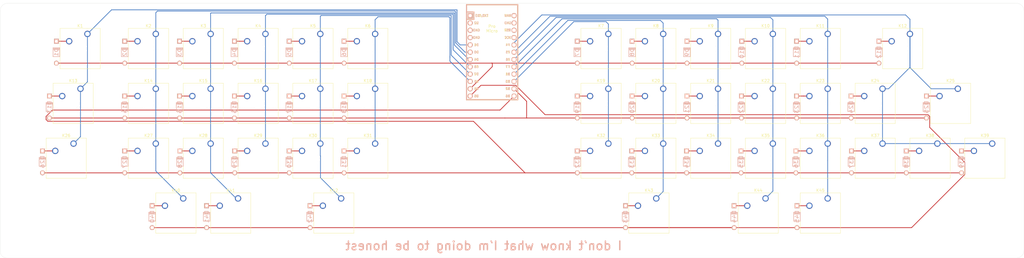
<source format=kicad_pcb>
(kicad_pcb (version 20171130) (host pcbnew "(5.1.10)-1")
  (layers (0 F.Cu signal) (31 B.Cu signal) (34 B.Paste user) (35 F.Paste user) (36 B.SilkS user) (37 F.SilkS user) (38 B.Mask user) (39 F.Mask user) (44 Edge.Cuts user))
  (net 0 "")
  (net 1 "Net-(D1-Pad2)")
  (net 2 ROW0)
  (net 3 "Net-(D2-Pad2)")
  (net 4 ROW1)
  (net 5 "Net-(D3-Pad2)")
  (net 6 ROW2)
  (net 7 "Net-(D4-Pad2)")
  (net 8 ROW3)
  (net 9 "Net-(D5-Pad2)")
  (net 10 "Net-(D6-Pad2)")
  (net 11 "Net-(D7-Pad2)")
  (net 12 "Net-(D8-Pad2)")
  (net 13 "Net-(D9-Pad2)")
  (net 14 "Net-(D10-Pad2)")
  (net 15 "Net-(D11-Pad2)")
  (net 16 "Net-(D12-Pad2)")
  (net 17 "Net-(D13-Pad2)")
  (net 18 "Net-(D14-Pad2)")
  (net 19 "Net-(D15-Pad2)")
  (net 20 "Net-(D16-Pad2)")
  (net 21 "Net-(D17-Pad2)")
  (net 22 "Net-(D18-Pad2)")
  (net 23 "Net-(D19-Pad2)")
  (net 24 "Net-(D20-Pad2)")
  (net 25 "Net-(D21-Pad2)")
  (net 26 "Net-(D22-Pad2)")
  (net 27 "Net-(D23-Pad2)")
  (net 28 "Net-(D24-Pad2)")
  (net 29 "Net-(D25-Pad2)")
  (net 30 "Net-(D26-Pad2)")
  (net 31 "Net-(D27-Pad2)")
  (net 32 "Net-(D28-Pad2)")
  (net 33 "Net-(D29-Pad2)")
  (net 34 "Net-(D30-Pad2)")
  (net 35 "Net-(D31-Pad2)")
  (net 36 "Net-(D32-Pad2)")
  (net 37 "Net-(D33-Pad2)")
  (net 38 "Net-(D34-Pad2)")
  (net 39 "Net-(D35-Pad2)")
  (net 40 "Net-(D36-Pad2)")
  (net 41 "Net-(D37-Pad2)")
  (net 42 "Net-(D38-Pad2)")
  (net 43 "Net-(D39-Pad2)")
  (net 44 "Net-(D40-Pad2)")
  (net 45 "Net-(D41-Pad2)")
  (net 46 "Net-(D42-Pad2)")
  (net 47 "Net-(D43-Pad2)")
  (net 48 "Net-(D44-Pad2)")
  (net 49 "Net-(D45-Pad2)")
  (net 50 COL0)
  (net 51 COL1)
  (net 52 COL2)
  (net 53 COL3)
  (net 54 COL4)
  (net 55 COL5)
  (net 56 COL6)
  (net 57 COL7)
  (net 58 COL8)
  (net 59 COL9)
  (net 60 COLA)
  (net 61 COLB)
  (net 62 "Net-(U1-Pad24)")
  (net 63 "Net-(U1-Pad23)")
  (net 64 "Net-(U1-Pad22)")
  (net 65 "Net-(U1-Pad21)")
  (net 66 "Net-(U1-Pad4)")
  (net 67 "Net-(U1-Pad3)")
  (net 68 "Net-(U1-Pad2)")
  (net 69 "Net-(U1-Pad1)")
  (module Button_Switch_Keyboard:SW_Cherry_MX_1.00u_PCB (layer F.Cu) (at 193.548 120.015)
    (fp_text reference K43 (at -2.54 -2.794) (layer F.SilkS))
    (fp_text value KEYSW)
    (pad "" np_thru_hole circle (at 2.54 5.08) (size 1.7 1.7) (drill 1.7) (layers *.Cu *.Mask))
    (pad "" np_thru_hole circle (at -7.62 5.08) (size 1.7 1.7) (drill 1.7) (layers *.Cu *.Mask))
    (pad "" np_thru_hole circle (at -2.54 5.08) (size 4 4) (drill 4) (layers *.Cu *.Mask))
    (pad 2 thru_hole circle (at -6.35 2.54) (size 2.2 2.2) (drill 1.5) (layers *.Cu *.Mask) (net 47 "Net-(D43-Pad2)"))
    (pad 1 thru_hole circle (at 0 0) (size 2.2 2.2) (drill 1.5) (layers *.Cu *.Mask) (net 57 COL7))
  )
  (module Button_Switch_Keyboard:SW_Cherry_MX_1.00u_PCB (layer F.Cu) (at 176.911 100.965)
    (fp_text reference K32 (at -2.54 -2.794) (layer F.SilkS))
    (fp_text value KEYSW)
    (pad "" np_thru_hole circle (at 2.54 5.08) (size 1.7 1.7) (drill 1.7) (layers *.Cu *.Mask))
    (pad "" np_thru_hole circle (at -7.62 5.08) (size 1.7 1.7) (drill 1.7) (layers *.Cu *.Mask))
    (pad "" np_thru_hole circle (at -2.54 5.08) (size 4 4) (drill 4) (layers *.Cu *.Mask))
    (pad 2 thru_hole circle (at -6.35 2.54) (size 2.2 2.2) (drill 1.5) (layers *.Cu *.Mask) (net 36 "Net-(D32-Pad2)"))
    (pad 1 thru_hole circle (at 0 0) (size 2.2 2.2) (drill 1.5) (layers *.Cu *.Mask) (net 56 COL6))
  )
  (module Button_Switch_Keyboard:SW_Cherry_MX_1.00u_PCB (layer F.Cu) (at 38.735 100.965)
    (fp_text reference K28 (at -2.54 -2.794) (layer F.SilkS))
    (fp_text value KEYSW)
    (pad "" np_thru_hole circle (at 2.54 5.08) (size 1.7 1.7) (drill 1.7) (layers *.Cu *.Mask))
    (pad "" np_thru_hole circle (at -7.62 5.08) (size 1.7 1.7) (drill 1.7) (layers *.Cu *.Mask))
    (pad "" np_thru_hole circle (at -2.54 5.08) (size 4 4) (drill 4) (layers *.Cu *.Mask))
    (pad 2 thru_hole circle (at -6.35 2.54) (size 2.2 2.2) (drill 1.5) (layers *.Cu *.Mask) (net 32 "Net-(D28-Pad2)"))
    (pad 1 thru_hole circle (at 0 0) (size 2.2 2.2) (drill 1.5) (layers *.Cu *.Mask) (net 52 COL2))
  )
  (module Button_Switch_Keyboard:SW_Cherry_MX_1.00u_PCB (layer F.Cu) (at 95.885 62.865)
    (fp_text reference K6 (at -2.54 -2.794) (layer F.SilkS))
    (fp_text value KEYSW)
    (pad "" np_thru_hole circle (at 2.54 5.08) (size 1.7 1.7) (drill 1.7) (layers *.Cu *.Mask))
    (pad "" np_thru_hole circle (at -7.62 5.08) (size 1.7 1.7) (drill 1.7) (layers *.Cu *.Mask))
    (pad "" np_thru_hole circle (at -2.54 5.08) (size 4 4) (drill 4) (layers *.Cu *.Mask))
    (pad 2 thru_hole circle (at -6.35 2.54) (size 2.2 2.2) (drill 1.5) (layers *.Cu *.Mask) (net 10 "Net-(D6-Pad2)"))
    (pad 1 thru_hole circle (at 0 0) (size 2.2 2.2) (drill 1.5) (layers *.Cu *.Mask) (net 55 COL5))
  )
  (module Keebio-Parts:ArduinoProMicro (layer F.Cu) (at 136.525 70.485 270)
    (fp_text reference U1 hide)
    (fp_text value ProMicro hide)
    (fp_text user ST (at -8.91 -5.04) (layer B.SilkS) (effects (font (size 0.8 0.8)) (justify mirror)))
    (fp_text user TX0/D3 (at -13.97 3.571872) (layer F.SilkS) (effects (font (size 0.8 0.8))))
    (fp_text user TX0/D3 (at -13.97 3.571872) (layer B.SilkS) (effects (font (size 0.8 0.8)) (justify mirror)))
    (fp_text user D2 (at -11.43 5.461) (layer F.SilkS) (effects (font (size 0.8 0.8))))
    (fp_text user D0 (at -1.27 5.461) (layer F.SilkS) (effects (font (size 0.8 0.8))))
    (fp_text user D1 (at -3.81 5.461) (layer F.SilkS) (effects (font (size 0.8 0.8))))
    (fp_text user GND (at -6.35 5.461) (layer F.SilkS) (effects (font (size 0.8 0.8))))
    (fp_text user GND (at -8.89 5.461) (layer F.SilkS) (effects (font (size 0.8 0.8))))
    (fp_text user D4 (at 1.27 5.461) (layer F.SilkS) (effects (font (size 0.8 0.8))))
    (fp_text user C6 (at 3.81 5.461) (layer F.SilkS) (effects (font (size 0.8 0.8))))
    (fp_text user D7 (at 6.35 5.461) (layer F.SilkS) (effects (font (size 0.8 0.8))))
    (fp_text user E6 (at 8.89 5.461) (layer F.SilkS) (effects (font (size 0.8 0.8))))
    (fp_text user B4 (at 11.43 5.461) (layer F.SilkS) (effects (font (size 0.8 0.8))))
    (fp_text user B5 (at 13.97 5.461) (layer F.SilkS) (effects (font (size 0.8 0.8))))
    (fp_text user B6 (at 13.97 -5.461) (layer F.SilkS) (effects (font (size 0.8 0.8))))
    (fp_text user B2 (at 11.43 -5.461) (layer B.SilkS) (effects (font (size 0.8 0.8)) (justify mirror)))
    (fp_text user B3 (at 8.89 -5.461) (layer F.SilkS) (effects (font (size 0.8 0.8))))
    (fp_text user B1 (at 6.35 -5.461) (layer F.SilkS) (effects (font (size 0.8 0.8))))
    (fp_text user F7 (at 3.81 -5.461) (layer B.SilkS) (effects (font (size 0.8 0.8)) (justify mirror)))
    (fp_text user F6 (at 1.27 -5.461) (layer B.SilkS) (effects (font (size 0.8 0.8)) (justify mirror)))
    (fp_text user F5 (at -1.27 -5.461) (layer B.SilkS) (effects (font (size 0.8 0.8)) (justify mirror)))
    (fp_text user F4 (at -3.81 -5.461) (layer F.SilkS) (effects (font (size 0.8 0.8))))
    (fp_text user VCC (at -6.35 -5.461) (layer F.SilkS) (effects (font (size 0.8 0.8))))
    (fp_text user ST (at -8.92 -5.73312) (layer F.SilkS) (effects (font (size 0.8 0.8))))
    (fp_text user GND (at -11.43 -5.461) (layer F.SilkS) (effects (font (size 0.8 0.8))))
    (fp_text user RAW (at -13.97 -5.461) (layer F.SilkS) (effects (font (size 0.8 0.8))))
    (fp_text user RAW (at -13.97 -5.461) (layer B.SilkS) (effects (font (size 0.8 0.8)) (justify mirror)))
    (fp_text user GND (at -11.43 -5.461) (layer B.SilkS) (effects (font (size 0.8 0.8)) (justify mirror)))
    (fp_text user VCC (at -6.35 -5.461) (layer B.SilkS) (effects (font (size 0.8 0.8)) (justify mirror)))
    (fp_text user F4 (at -3.81 -5.461) (layer B.SilkS) (effects (font (size 0.8 0.8)) (justify mirror)))
    (fp_text user F5 (at -1.27 -5.461) (layer F.SilkS) (effects (font (size 0.8 0.8))))
    (fp_text user F6 (at 1.27 -5.461) (layer F.SilkS) (effects (font (size 0.8 0.8))))
    (fp_text user F7 (at 3.81 -5.461) (layer F.SilkS) (effects (font (size 0.8 0.8))))
    (fp_text user B1 (at 6.35 -5.461) (layer B.SilkS) (effects (font (size 0.8 0.8)) (justify mirror)))
    (fp_text user B3 (at 8.89 -5.461) (layer B.SilkS) (effects (font (size 0.8 0.8)) (justify mirror)))
    (fp_text user B2 (at 11.43 -5.461) (layer F.SilkS) (effects (font (size 0.8 0.8))))
    (fp_text user B6 (at 13.97 -5.461) (layer B.SilkS) (effects (font (size 0.8 0.8)) (justify mirror)))
    (fp_text user B5 (at 13.97 5.461) (layer B.SilkS) (effects (font (size 0.8 0.8)) (justify mirror)))
    (fp_text user B4 (at 11.43 5.461) (layer B.SilkS) (effects (font (size 0.8 0.8)) (justify mirror)))
    (fp_text user E6 (at 8.89 5.461) (layer B.SilkS) (effects (font (size 0.8 0.8)) (justify mirror)))
    (fp_text user D7 (at 6.35 5.461) (layer B.SilkS) (effects (font (size 0.8 0.8)) (justify mirror)))
    (fp_text user C6 (at 3.81 5.461) (layer B.SilkS) (effects (font (size 0.8 0.8)) (justify mirror)))
    (fp_text user D4 (at 1.27 5.461) (layer B.SilkS) (effects (font (size 0.8 0.8)) (justify mirror)))
    (fp_text user GND (at -8.89 5.461) (layer B.SilkS) (effects (font (size 0.8 0.8)) (justify mirror)))
    (fp_text user GND (at -6.35 5.461) (layer B.SilkS) (effects (font (size 0.8 0.8)) (justify mirror)))
    (fp_text user D1 (at -3.81 5.461) (layer B.SilkS) (effects (font (size 0.8 0.8)) (justify mirror)))
    (fp_text user D0 (at -1.27 5.461) (layer B.SilkS) (effects (font (size 0.8 0.8)) (justify mirror)))
    (fp_text user D2 (at -11.43 5.461) (layer B.SilkS) (effects (font (size 0.8 0.8)) (justify mirror)))
    (pad 24 thru_hole circle (at -13.97 -7.62 270) (size 1.7526 1.7526) (drill 1.0922) (layers *.Cu *.SilkS *.Mask) (net 62 "Net-(U1-Pad24)"))
    (pad 12 thru_hole circle (at 13.97 7.62 270) (size 1.7526 1.7526) (drill 1.0922) (layers *.Cu *.SilkS *.Mask) (net 8 ROW3))
    (pad 23 thru_hole circle (at -11.43 -7.62 270) (size 1.7526 1.7526) (drill 1.0922) (layers *.Cu *.SilkS *.Mask) (net 63 "Net-(U1-Pad23)"))
    (pad 22 thru_hole circle (at -8.89 -7.62 270) (size 1.7526 1.7526) (drill 1.0922) (layers *.Cu *.SilkS *.Mask) (net 64 "Net-(U1-Pad22)"))
    (pad 21 thru_hole circle (at -6.35 -7.62 270) (size 1.7526 1.7526) (drill 1.0922) (layers *.Cu *.SilkS *.Mask) (net 65 "Net-(U1-Pad21)"))
    (pad 20 thru_hole circle (at -3.81 -7.62 270) (size 1.7526 1.7526) (drill 1.0922) (layers *.Cu *.SilkS *.Mask) (net 61 COLB))
    (pad 19 thru_hole circle (at -1.27 -7.62 270) (size 1.7526 1.7526) (drill 1.0922) (layers *.Cu *.SilkS *.Mask) (net 60 COLA))
    (pad 18 thru_hole circle (at 1.27 -7.62 270) (size 1.7526 1.7526) (drill 1.0922) (layers *.Cu *.SilkS *.Mask) (net 59 COL9))
    (pad 17 thru_hole circle (at 3.81 -7.62 270) (size 1.7526 1.7526) (drill 1.0922) (layers *.Cu *.SilkS *.Mask) (net 58 COL8))
    (pad 16 thru_hole circle (at 6.35 -7.62 270) (size 1.7526 1.7526) (drill 1.0922) (layers *.Cu *.SilkS *.Mask) (net 57 COL7))
    (pad 15 thru_hole circle (at 8.89 -7.62 270) (size 1.7526 1.7526) (drill 1.0922) (layers *.Cu *.SilkS *.Mask) (net 56 COL6))
    (pad 14 thru_hole circle (at 11.43 -7.62 270) (size 1.7526 1.7526) (drill 1.0922) (layers *.Cu *.SilkS *.Mask) (net 4 ROW1))
    (pad 13 thru_hole circle (at 13.97 -7.62 270) (size 1.7526 1.7526) (drill 1.0922) (layers *.Cu *.SilkS *.Mask) (net 6 ROW2))
    (pad 11 thru_hole circle (at 11.43 7.62 270) (size 1.7526 1.7526) (drill 1.0922) (layers *.Cu *.SilkS *.Mask) (net 2 ROW0))
    (pad 10 thru_hole circle (at 8.89 7.62 270) (size 1.7526 1.7526) (drill 1.0922) (layers *.Cu *.SilkS *.Mask) (net 55 COL5))
    (pad 9 thru_hole circle (at 6.35 7.62 270) (size 1.7526 1.7526) (drill 1.0922) (layers *.Cu *.SilkS *.Mask) (net 54 COL4))
    (pad 8 thru_hole circle (at 3.81 7.62 270) (size 1.7526 1.7526) (drill 1.0922) (layers *.Cu *.SilkS *.Mask) (net 53 COL3))
    (pad 7 thru_hole circle (at 1.27 7.62 270) (size 1.7526 1.7526) (drill 1.0922) (layers *.Cu *.SilkS *.Mask) (net 52 COL2))
    (pad 6 thru_hole circle (at -1.27 7.62 270) (size 1.7526 1.7526) (drill 1.0922) (layers *.Cu *.SilkS *.Mask) (net 51 COL1))
    (pad 5 thru_hole circle (at -3.81 7.62 270) (size 1.7526 1.7526) (drill 1.0922) (layers *.Cu *.SilkS *.Mask) (net 50 COL0))
    (pad 4 thru_hole circle (at -6.35 7.62 270) (size 1.7526 1.7526) (drill 1.0922) (layers *.Cu *.SilkS *.Mask) (net 66 "Net-(U1-Pad4)"))
    (pad 3 thru_hole circle (at -8.89 7.62 270) (size 1.7526 1.7526) (drill 1.0922) (layers *.Cu *.SilkS *.Mask) (net 67 "Net-(U1-Pad3)"))
    (pad 2 thru_hole circle (at -11.43 7.62 270) (size 1.7526 1.7526) (drill 1.0922) (layers *.Cu *.SilkS *.Mask) (net 68 "Net-(U1-Pad2)"))
    (pad 1 thru_hole rect (at -13.97 7.62 270) (size 1.7526 1.7526) (drill 1.0922) (layers *.Cu *.SilkS *.Mask) (net 69 "Net-(U1-Pad1)"))
  )
  (module Button_Switch_Keyboard:SW_Cherry_MX_1.00u_PCB (layer F.Cu) (at 253.111 120.015)
    (fp_text reference K45 (at -2.54 -2.794) (layer F.SilkS))
    (fp_text value KEYSW)
    (pad "" np_thru_hole circle (at 2.54 5.08) (size 1.7 1.7) (drill 1.7) (layers *.Cu *.Mask))
    (pad "" np_thru_hole circle (at -7.62 5.08) (size 1.7 1.7) (drill 1.7) (layers *.Cu *.Mask))
    (pad "" np_thru_hole circle (at -2.54 5.08) (size 4 4) (drill 4) (layers *.Cu *.Mask))
    (pad 2 thru_hole circle (at -6.35 2.54) (size 2.2 2.2) (drill 1.5) (layers *.Cu *.Mask) (net 49 "Net-(D45-Pad2)"))
    (pad 1 thru_hole circle (at 0 0) (size 2.2 2.2) (drill 1.5) (layers *.Cu *.Mask) (net 60 COLA))
  )
  (module Button_Switch_Keyboard:SW_Cherry_MX_1.00u_PCB (layer F.Cu) (at 231.521 120.015)
    (fp_text reference K44 (at -2.54 -2.794) (layer F.SilkS))
    (fp_text value KEYSW)
    (pad "" np_thru_hole circle (at 2.54 5.08) (size 1.7 1.7) (drill 1.7) (layers *.Cu *.Mask))
    (pad "" np_thru_hole circle (at -7.62 5.08) (size 1.7 1.7) (drill 1.7) (layers *.Cu *.Mask))
    (pad "" np_thru_hole circle (at -2.54 5.08) (size 4 4) (drill 4) (layers *.Cu *.Mask))
    (pad 2 thru_hole circle (at -6.35 2.54) (size 2.2 2.2) (drill 1.5) (layers *.Cu *.Mask) (net 48 "Net-(D44-Pad2)"))
    (pad 1 thru_hole circle (at 0 0) (size 2.2 2.2) (drill 1.5) (layers *.Cu *.Mask) (net 59 COL9))
  )
  (module Button_Switch_Keyboard:SW_Cherry_MX_1.00u_PCB (layer F.Cu) (at 84.074 120.015)
    (fp_text reference K42 (at -2.54 -2.794) (layer F.SilkS))
    (fp_text value KEYSW)
    (pad "" np_thru_hole circle (at 2.54 5.08) (size 1.7 1.7) (drill 1.7) (layers *.Cu *.Mask))
    (pad "" np_thru_hole circle (at -7.62 5.08) (size 1.7 1.7) (drill 1.7) (layers *.Cu *.Mask))
    (pad "" np_thru_hole circle (at -2.54 5.08) (size 4 4) (drill 4) (layers *.Cu *.Mask))
    (pad 2 thru_hole circle (at -6.35 2.54) (size 2.2 2.2) (drill 1.5) (layers *.Cu *.Mask) (net 46 "Net-(D42-Pad2)"))
    (pad 1 thru_hole circle (at 0 0) (size 2.2 2.2) (drill 1.5) (layers *.Cu *.Mask) (net 54 COL4))
  )
  (module Button_Switch_Keyboard:SW_Cherry_MX_1.00u_PCB (layer F.Cu) (at 48.26 120.015)
    (fp_text reference K41 (at -2.54 -2.794) (layer F.SilkS))
    (fp_text value KEYSW)
    (pad "" np_thru_hole circle (at 2.54 5.08) (size 1.7 1.7) (drill 1.7) (layers *.Cu *.Mask))
    (pad "" np_thru_hole circle (at -7.62 5.08) (size 1.7 1.7) (drill 1.7) (layers *.Cu *.Mask))
    (pad "" np_thru_hole circle (at -2.54 5.08) (size 4 4) (drill 4) (layers *.Cu *.Mask))
    (pad 2 thru_hole circle (at -6.35 2.54) (size 2.2 2.2) (drill 1.5) (layers *.Cu *.Mask) (net 45 "Net-(D41-Pad2)"))
    (pad 1 thru_hole circle (at 0 0) (size 2.2 2.2) (drill 1.5) (layers *.Cu *.Mask) (net 52 COL2))
  )
  (module Button_Switch_Keyboard:SW_Cherry_MX_1.00u_PCB (layer F.Cu) (at 29.21 120.015)
    (fp_text reference K40 (at -2.54 -2.794) (layer F.SilkS))
    (fp_text value KEYSW)
    (pad "" np_thru_hole circle (at 2.54 5.08) (size 1.7 1.7) (drill 1.7) (layers *.Cu *.Mask))
    (pad "" np_thru_hole circle (at -7.62 5.08) (size 1.7 1.7) (drill 1.7) (layers *.Cu *.Mask))
    (pad "" np_thru_hole circle (at -2.54 5.08) (size 4 4) (drill 4) (layers *.Cu *.Mask))
    (pad 2 thru_hole circle (at -6.35 2.54) (size 2.2 2.2) (drill 1.5) (layers *.Cu *.Mask) (net 44 "Net-(D40-Pad2)"))
    (pad 1 thru_hole circle (at 0 0) (size 2.2 2.2) (drill 1.5) (layers *.Cu *.Mask) (net 51 COL1))
  )
  (module Button_Switch_Keyboard:SW_Cherry_MX_1.00u_PCB (layer F.Cu) (at 310.261 100.965)
    (fp_text reference K39 (at -2.54 -2.794) (layer F.SilkS))
    (fp_text value KEYSW)
    (pad "" np_thru_hole circle (at 2.54 5.08) (size 1.7 1.7) (drill 1.7) (layers *.Cu *.Mask))
    (pad "" np_thru_hole circle (at -7.62 5.08) (size 1.7 1.7) (drill 1.7) (layers *.Cu *.Mask))
    (pad "" np_thru_hole circle (at -2.54 5.08) (size 4 4) (drill 4) (layers *.Cu *.Mask))
    (pad 2 thru_hole circle (at -6.35 2.54) (size 2.2 2.2) (drill 1.5) (layers *.Cu *.Mask) (net 43 "Net-(D39-Pad2)"))
    (pad 1 thru_hole circle (at 0 0) (size 2.2 2.2) (drill 1.5) (layers *.Cu *.Mask) (net 61 COLB))
  )
  (module Button_Switch_Keyboard:SW_Cherry_MX_1.00u_PCB (layer F.Cu) (at 291.211 100.965)
    (fp_text reference K38 (at -2.54 -2.794) (layer F.SilkS))
    (fp_text value KEYSW)
    (pad "" np_thru_hole circle (at 2.54 5.08) (size 1.7 1.7) (drill 1.7) (layers *.Cu *.Mask))
    (pad "" np_thru_hole circle (at -7.62 5.08) (size 1.7 1.7) (drill 1.7) (layers *.Cu *.Mask))
    (pad "" np_thru_hole circle (at -2.54 5.08) (size 4 4) (drill 4) (layers *.Cu *.Mask))
    (pad 2 thru_hole circle (at -6.35 2.54) (size 2.2 2.2) (drill 1.5) (layers *.Cu *.Mask) (net 42 "Net-(D38-Pad2)"))
    (pad 1 thru_hole circle (at 0 0) (size 2.2 2.2) (drill 1.5) (layers *.Cu *.Mask) (net 61 COLB))
  )
  (module Button_Switch_Keyboard:SW_Cherry_MX_1.00u_PCB (layer F.Cu) (at 272.161 100.965)
    (fp_text reference K37 (at -2.54 -2.794) (layer F.SilkS))
    (fp_text value KEYSW)
    (pad "" np_thru_hole circle (at 2.54 5.08) (size 1.7 1.7) (drill 1.7) (layers *.Cu *.Mask))
    (pad "" np_thru_hole circle (at -7.62 5.08) (size 1.7 1.7) (drill 1.7) (layers *.Cu *.Mask))
    (pad "" np_thru_hole circle (at -2.54 5.08) (size 4 4) (drill 4) (layers *.Cu *.Mask))
    (pad 2 thru_hole circle (at -6.35 2.54) (size 2.2 2.2) (drill 1.5) (layers *.Cu *.Mask) (net 41 "Net-(D37-Pad2)"))
    (pad 1 thru_hole circle (at 0 0) (size 2.2 2.2) (drill 1.5) (layers *.Cu *.Mask) (net 61 COLB))
  )
  (module Button_Switch_Keyboard:SW_Cherry_MX_1.00u_PCB (layer F.Cu) (at 253.111 100.965)
    (fp_text reference K36 (at -2.54 -2.794) (layer F.SilkS))
    (fp_text value KEYSW)
    (pad "" np_thru_hole circle (at 2.54 5.08) (size 1.7 1.7) (drill 1.7) (layers *.Cu *.Mask))
    (pad "" np_thru_hole circle (at -7.62 5.08) (size 1.7 1.7) (drill 1.7) (layers *.Cu *.Mask))
    (pad "" np_thru_hole circle (at -2.54 5.08) (size 4 4) (drill 4) (layers *.Cu *.Mask))
    (pad 2 thru_hole circle (at -6.35 2.54) (size 2.2 2.2) (drill 1.5) (layers *.Cu *.Mask) (net 40 "Net-(D36-Pad2)"))
    (pad 1 thru_hole circle (at 0 0) (size 2.2 2.2) (drill 1.5) (layers *.Cu *.Mask) (net 60 COLA))
  )
  (module Button_Switch_Keyboard:SW_Cherry_MX_1.00u_PCB (layer F.Cu) (at 234.061 100.965)
    (fp_text reference K35 (at -2.54 -2.794) (layer F.SilkS))
    (fp_text value KEYSW)
    (pad "" np_thru_hole circle (at 2.54 5.08) (size 1.7 1.7) (drill 1.7) (layers *.Cu *.Mask))
    (pad "" np_thru_hole circle (at -7.62 5.08) (size 1.7 1.7) (drill 1.7) (layers *.Cu *.Mask))
    (pad "" np_thru_hole circle (at -2.54 5.08) (size 4 4) (drill 4) (layers *.Cu *.Mask))
    (pad 2 thru_hole circle (at -6.35 2.54) (size 2.2 2.2) (drill 1.5) (layers *.Cu *.Mask) (net 39 "Net-(D35-Pad2)"))
    (pad 1 thru_hole circle (at 0 0) (size 2.2 2.2) (drill 1.5) (layers *.Cu *.Mask) (net 59 COL9))
  )
  (module Button_Switch_Keyboard:SW_Cherry_MX_1.00u_PCB (layer F.Cu) (at 215.011 100.965)
    (fp_text reference K34 (at -2.54 -2.794) (layer F.SilkS))
    (fp_text value KEYSW)
    (pad "" np_thru_hole circle (at 2.54 5.08) (size 1.7 1.7) (drill 1.7) (layers *.Cu *.Mask))
    (pad "" np_thru_hole circle (at -7.62 5.08) (size 1.7 1.7) (drill 1.7) (layers *.Cu *.Mask))
    (pad "" np_thru_hole circle (at -2.54 5.08) (size 4 4) (drill 4) (layers *.Cu *.Mask))
    (pad 2 thru_hole circle (at -6.35 2.54) (size 2.2 2.2) (drill 1.5) (layers *.Cu *.Mask) (net 38 "Net-(D34-Pad2)"))
    (pad 1 thru_hole circle (at 0 0) (size 2.2 2.2) (drill 1.5) (layers *.Cu *.Mask) (net 58 COL8))
  )
  (module Button_Switch_Keyboard:SW_Cherry_MX_1.00u_PCB (layer F.Cu) (at 195.961 100.965)
    (fp_text reference K33 (at -2.54 -2.794) (layer F.SilkS))
    (fp_text value KEYSW)
    (pad "" np_thru_hole circle (at 2.54 5.08) (size 1.7 1.7) (drill 1.7) (layers *.Cu *.Mask))
    (pad "" np_thru_hole circle (at -7.62 5.08) (size 1.7 1.7) (drill 1.7) (layers *.Cu *.Mask))
    (pad "" np_thru_hole circle (at -2.54 5.08) (size 4 4) (drill 4) (layers *.Cu *.Mask))
    (pad 2 thru_hole circle (at -6.35 2.54) (size 2.2 2.2) (drill 1.5) (layers *.Cu *.Mask) (net 37 "Net-(D33-Pad2)"))
    (pad 1 thru_hole circle (at 0 0) (size 2.2 2.2) (drill 1.5) (layers *.Cu *.Mask) (net 57 COL7))
  )
  (module Button_Switch_Keyboard:SW_Cherry_MX_1.00u_PCB (layer F.Cu) (at 95.885 100.965)
    (fp_text reference K31 (at -2.54 -2.794) (layer F.SilkS))
    (fp_text value KEYSW)
    (pad "" np_thru_hole circle (at 2.54 5.08) (size 1.7 1.7) (drill 1.7) (layers *.Cu *.Mask))
    (pad "" np_thru_hole circle (at -7.62 5.08) (size 1.7 1.7) (drill 1.7) (layers *.Cu *.Mask))
    (pad "" np_thru_hole circle (at -2.54 5.08) (size 4 4) (drill 4) (layers *.Cu *.Mask))
    (pad 2 thru_hole circle (at -6.35 2.54) (size 2.2 2.2) (drill 1.5) (layers *.Cu *.Mask) (net 35 "Net-(D31-Pad2)"))
    (pad 1 thru_hole circle (at 0 0) (size 2.2 2.2) (drill 1.5) (layers *.Cu *.Mask) (net 55 COL5))
  )
  (module Button_Switch_Keyboard:SW_Cherry_MX_1.00u_PCB (layer F.Cu) (at 76.835 100.965)
    (fp_text reference K30 (at -2.54 -2.794) (layer F.SilkS))
    (fp_text value KEYSW)
    (pad "" np_thru_hole circle (at 2.54 5.08) (size 1.7 1.7) (drill 1.7) (layers *.Cu *.Mask))
    (pad "" np_thru_hole circle (at -7.62 5.08) (size 1.7 1.7) (drill 1.7) (layers *.Cu *.Mask))
    (pad "" np_thru_hole circle (at -2.54 5.08) (size 4 4) (drill 4) (layers *.Cu *.Mask))
    (pad 2 thru_hole circle (at -6.35 2.54) (size 2.2 2.2) (drill 1.5) (layers *.Cu *.Mask) (net 34 "Net-(D30-Pad2)"))
    (pad 1 thru_hole circle (at 0 0) (size 2.2 2.2) (drill 1.5) (layers *.Cu *.Mask) (net 54 COL4))
  )
  (module Button_Switch_Keyboard:SW_Cherry_MX_1.00u_PCB (layer F.Cu) (at 57.785 100.965)
    (fp_text reference K29 (at -2.54 -2.794) (layer F.SilkS))
    (fp_text value KEYSW)
    (pad "" np_thru_hole circle (at 2.54 5.08) (size 1.7 1.7) (drill 1.7) (layers *.Cu *.Mask))
    (pad "" np_thru_hole circle (at -7.62 5.08) (size 1.7 1.7) (drill 1.7) (layers *.Cu *.Mask))
    (pad "" np_thru_hole circle (at -2.54 5.08) (size 4 4) (drill 4) (layers *.Cu *.Mask))
    (pad 2 thru_hole circle (at -6.35 2.54) (size 2.2 2.2) (drill 1.5) (layers *.Cu *.Mask) (net 33 "Net-(D29-Pad2)"))
    (pad 1 thru_hole circle (at 0 0) (size 2.2 2.2) (drill 1.5) (layers *.Cu *.Mask) (net 53 COL3))
  )
  (module Button_Switch_Keyboard:SW_Cherry_MX_1.00u_PCB (layer F.Cu) (at 19.685 100.965)
    (fp_text reference K27 (at -2.54 -2.794) (layer F.SilkS))
    (fp_text value KEYSW)
    (pad "" np_thru_hole circle (at 2.54 5.08) (size 1.7 1.7) (drill 1.7) (layers *.Cu *.Mask))
    (pad "" np_thru_hole circle (at -7.62 5.08) (size 1.7 1.7) (drill 1.7) (layers *.Cu *.Mask))
    (pad "" np_thru_hole circle (at -2.54 5.08) (size 4 4) (drill 4) (layers *.Cu *.Mask))
    (pad 2 thru_hole circle (at -6.35 2.54) (size 2.2 2.2) (drill 1.5) (layers *.Cu *.Mask) (net 31 "Net-(D27-Pad2)"))
    (pad 1 thru_hole circle (at 0 0) (size 2.2 2.2) (drill 1.5) (layers *.Cu *.Mask) (net 51 COL1))
  )
  (module Button_Switch_Keyboard:SW_Cherry_MX_1.00u_PCB (layer F.Cu) (at -8.89 100.965)
    (fp_text reference K26 (at -2.54 -2.794) (layer F.SilkS))
    (fp_text value KEYSW)
    (pad "" np_thru_hole circle (at 2.54 5.08) (size 1.7 1.7) (drill 1.7) (layers *.Cu *.Mask))
    (pad "" np_thru_hole circle (at -7.62 5.08) (size 1.7 1.7) (drill 1.7) (layers *.Cu *.Mask))
    (pad "" np_thru_hole circle (at -2.54 5.08) (size 4 4) (drill 4) (layers *.Cu *.Mask))
    (pad 2 thru_hole circle (at -6.35 2.54) (size 2.2 2.2) (drill 1.5) (layers *.Cu *.Mask) (net 30 "Net-(D26-Pad2)"))
    (pad 1 thru_hole circle (at 0 0) (size 2.2 2.2) (drill 1.5) (layers *.Cu *.Mask) (net 50 COL0))
  )
  (module Button_Switch_Keyboard:SW_Cherry_MX_1.00u_PCB (layer F.Cu) (at 298.323 81.915)
    (fp_text reference K25 (at -2.54 -2.794) (layer F.SilkS))
    (fp_text value KEYSW)
    (pad "" np_thru_hole circle (at 2.54 5.08) (size 1.7 1.7) (drill 1.7) (layers *.Cu *.Mask))
    (pad "" np_thru_hole circle (at -7.62 5.08) (size 1.7 1.7) (drill 1.7) (layers *.Cu *.Mask))
    (pad "" np_thru_hole circle (at -2.54 5.08) (size 4 4) (drill 4) (layers *.Cu *.Mask))
    (pad 2 thru_hole circle (at -6.35 2.54) (size 2.2 2.2) (drill 1.5) (layers *.Cu *.Mask) (net 29 "Net-(D25-Pad2)"))
    (pad 1 thru_hole circle (at 0 0) (size 2.2 2.2) (drill 1.5) (layers *.Cu *.Mask) (net 61 COLB))
  )
  (module Button_Switch_Keyboard:SW_Cherry_MX_1.00u_PCB (layer F.Cu) (at 272.161 81.915)
    (fp_text reference K24 (at -2.54 -2.794) (layer F.SilkS))
    (fp_text value KEYSW)
    (pad "" np_thru_hole circle (at 2.54 5.08) (size 1.7 1.7) (drill 1.7) (layers *.Cu *.Mask))
    (pad "" np_thru_hole circle (at -7.62 5.08) (size 1.7 1.7) (drill 1.7) (layers *.Cu *.Mask))
    (pad "" np_thru_hole circle (at -2.54 5.08) (size 4 4) (drill 4) (layers *.Cu *.Mask))
    (pad 2 thru_hole circle (at -6.35 2.54) (size 2.2 2.2) (drill 1.5) (layers *.Cu *.Mask) (net 28 "Net-(D24-Pad2)"))
    (pad 1 thru_hole circle (at 0 0) (size 2.2 2.2) (drill 1.5) (layers *.Cu *.Mask) (net 61 COLB))
  )
  (module Button_Switch_Keyboard:SW_Cherry_MX_1.00u_PCB (layer F.Cu) (at 253.111 81.915)
    (fp_text reference K23 (at -2.54 -2.794) (layer F.SilkS))
    (fp_text value KEYSW)
    (pad "" np_thru_hole circle (at 2.54 5.08) (size 1.7 1.7) (drill 1.7) (layers *.Cu *.Mask))
    (pad "" np_thru_hole circle (at -7.62 5.08) (size 1.7 1.7) (drill 1.7) (layers *.Cu *.Mask))
    (pad "" np_thru_hole circle (at -2.54 5.08) (size 4 4) (drill 4) (layers *.Cu *.Mask))
    (pad 2 thru_hole circle (at -6.35 2.54) (size 2.2 2.2) (drill 1.5) (layers *.Cu *.Mask) (net 27 "Net-(D23-Pad2)"))
    (pad 1 thru_hole circle (at 0 0) (size 2.2 2.2) (drill 1.5) (layers *.Cu *.Mask) (net 60 COLA))
  )
  (module Button_Switch_Keyboard:SW_Cherry_MX_1.00u_PCB (layer F.Cu) (at 234.061 81.915)
    (fp_text reference K22 (at -2.54 -2.794) (layer F.SilkS))
    (fp_text value KEYSW)
    (pad "" np_thru_hole circle (at 2.54 5.08) (size 1.7 1.7) (drill 1.7) (layers *.Cu *.Mask))
    (pad "" np_thru_hole circle (at -7.62 5.08) (size 1.7 1.7) (drill 1.7) (layers *.Cu *.Mask))
    (pad "" np_thru_hole circle (at -2.54 5.08) (size 4 4) (drill 4) (layers *.Cu *.Mask))
    (pad 2 thru_hole circle (at -6.35 2.54) (size 2.2 2.2) (drill 1.5) (layers *.Cu *.Mask) (net 26 "Net-(D22-Pad2)"))
    (pad 1 thru_hole circle (at 0 0) (size 2.2 2.2) (drill 1.5) (layers *.Cu *.Mask) (net 59 COL9))
  )
  (module Button_Switch_Keyboard:SW_Cherry_MX_1.00u_PCB (layer F.Cu) (at 215.011 81.915)
    (fp_text reference K21 (at -2.54 -2.794) (layer F.SilkS))
    (fp_text value KEYSW)
    (pad "" np_thru_hole circle (at 2.54 5.08) (size 1.7 1.7) (drill 1.7) (layers *.Cu *.Mask))
    (pad "" np_thru_hole circle (at -7.62 5.08) (size 1.7 1.7) (drill 1.7) (layers *.Cu *.Mask))
    (pad "" np_thru_hole circle (at -2.54 5.08) (size 4 4) (drill 4) (layers *.Cu *.Mask))
    (pad 2 thru_hole circle (at -6.35 2.54) (size 2.2 2.2) (drill 1.5) (layers *.Cu *.Mask) (net 25 "Net-(D21-Pad2)"))
    (pad 1 thru_hole circle (at 0 0) (size 2.2 2.2) (drill 1.5) (layers *.Cu *.Mask) (net 58 COL8))
  )
  (module Button_Switch_Keyboard:SW_Cherry_MX_1.00u_PCB (layer F.Cu) (at 195.961 81.915)
    (fp_text reference K20 (at -2.54 -2.794) (layer F.SilkS))
    (fp_text value KEYSW)
    (pad "" np_thru_hole circle (at 2.54 5.08) (size 1.7 1.7) (drill 1.7) (layers *.Cu *.Mask))
    (pad "" np_thru_hole circle (at -7.62 5.08) (size 1.7 1.7) (drill 1.7) (layers *.Cu *.Mask))
    (pad "" np_thru_hole circle (at -2.54 5.08) (size 4 4) (drill 4) (layers *.Cu *.Mask))
    (pad 2 thru_hole circle (at -6.35 2.54) (size 2.2 2.2) (drill 1.5) (layers *.Cu *.Mask) (net 24 "Net-(D20-Pad2)"))
    (pad 1 thru_hole circle (at 0 0) (size 2.2 2.2) (drill 1.5) (layers *.Cu *.Mask) (net 57 COL7))
  )
  (module Button_Switch_Keyboard:SW_Cherry_MX_1.00u_PCB (layer F.Cu) (at 176.911 81.915)
    (fp_text reference K19 (at -2.54 -2.794) (layer F.SilkS))
    (fp_text value KEYSW)
    (pad "" np_thru_hole circle (at 2.54 5.08) (size 1.7 1.7) (drill 1.7) (layers *.Cu *.Mask))
    (pad "" np_thru_hole circle (at -7.62 5.08) (size 1.7 1.7) (drill 1.7) (layers *.Cu *.Mask))
    (pad "" np_thru_hole circle (at -2.54 5.08) (size 4 4) (drill 4) (layers *.Cu *.Mask))
    (pad 2 thru_hole circle (at -6.35 2.54) (size 2.2 2.2) (drill 1.5) (layers *.Cu *.Mask) (net 23 "Net-(D19-Pad2)"))
    (pad 1 thru_hole circle (at 0 0) (size 2.2 2.2) (drill 1.5) (layers *.Cu *.Mask) (net 56 COL6))
  )
  (module Button_Switch_Keyboard:SW_Cherry_MX_1.00u_PCB (layer F.Cu) (at 95.885 81.915)
    (fp_text reference K18 (at -2.54 -2.794) (layer F.SilkS))
    (fp_text value KEYSW)
    (pad "" np_thru_hole circle (at 2.54 5.08) (size 1.7 1.7) (drill 1.7) (layers *.Cu *.Mask))
    (pad "" np_thru_hole circle (at -7.62 5.08) (size 1.7 1.7) (drill 1.7) (layers *.Cu *.Mask))
    (pad "" np_thru_hole circle (at -2.54 5.08) (size 4 4) (drill 4) (layers *.Cu *.Mask))
    (pad 2 thru_hole circle (at -6.35 2.54) (size 2.2 2.2) (drill 1.5) (layers *.Cu *.Mask) (net 22 "Net-(D18-Pad2)"))
    (pad 1 thru_hole circle (at 0 0) (size 2.2 2.2) (drill 1.5) (layers *.Cu *.Mask) (net 55 COL5))
  )
  (module Button_Switch_Keyboard:SW_Cherry_MX_1.00u_PCB (layer F.Cu) (at 76.835 81.915)
    (fp_text reference K17 (at -2.54 -2.794) (layer F.SilkS))
    (fp_text value KEYSW)
    (pad "" np_thru_hole circle (at 2.54 5.08) (size 1.7 1.7) (drill 1.7) (layers *.Cu *.Mask))
    (pad "" np_thru_hole circle (at -7.62 5.08) (size 1.7 1.7) (drill 1.7) (layers *.Cu *.Mask))
    (pad "" np_thru_hole circle (at -2.54 5.08) (size 4 4) (drill 4) (layers *.Cu *.Mask))
    (pad 2 thru_hole circle (at -6.35 2.54) (size 2.2 2.2) (drill 1.5) (layers *.Cu *.Mask) (net 21 "Net-(D17-Pad2)"))
    (pad 1 thru_hole circle (at 0 0) (size 2.2 2.2) (drill 1.5) (layers *.Cu *.Mask) (net 54 COL4))
  )
  (module Button_Switch_Keyboard:SW_Cherry_MX_1.00u_PCB (layer F.Cu) (at 57.785 81.915)
    (fp_text reference K16 (at -2.54 -2.794) (layer F.SilkS))
    (fp_text value KEYSW)
    (pad "" np_thru_hole circle (at 2.54 5.08) (size 1.7 1.7) (drill 1.7) (layers *.Cu *.Mask))
    (pad "" np_thru_hole circle (at -7.62 5.08) (size 1.7 1.7) (drill 1.7) (layers *.Cu *.Mask))
    (pad "" np_thru_hole circle (at -2.54 5.08) (size 4 4) (drill 4) (layers *.Cu *.Mask))
    (pad 2 thru_hole circle (at -6.35 2.54) (size 2.2 2.2) (drill 1.5) (layers *.Cu *.Mask) (net 20 "Net-(D16-Pad2)"))
    (pad 1 thru_hole circle (at 0 0) (size 2.2 2.2) (drill 1.5) (layers *.Cu *.Mask) (net 53 COL3))
  )
  (module Button_Switch_Keyboard:SW_Cherry_MX_1.00u_PCB (layer F.Cu) (at 38.735 81.915)
    (fp_text reference K15 (at -2.54 -2.794) (layer F.SilkS))
    (fp_text value KEYSW)
    (pad "" np_thru_hole circle (at 2.54 5.08) (size 1.7 1.7) (drill 1.7) (layers *.Cu *.Mask))
    (pad "" np_thru_hole circle (at -7.62 5.08) (size 1.7 1.7) (drill 1.7) (layers *.Cu *.Mask))
    (pad "" np_thru_hole circle (at -2.54 5.08) (size 4 4) (drill 4) (layers *.Cu *.Mask))
    (pad 2 thru_hole circle (at -6.35 2.54) (size 2.2 2.2) (drill 1.5) (layers *.Cu *.Mask) (net 19 "Net-(D15-Pad2)"))
    (pad 1 thru_hole circle (at 0 0) (size 2.2 2.2) (drill 1.5) (layers *.Cu *.Mask) (net 52 COL2))
  )
  (module Button_Switch_Keyboard:SW_Cherry_MX_1.00u_PCB (layer F.Cu) (at 19.685 81.915)
    (fp_text reference K14 (at -2.54 -2.794) (layer F.SilkS))
    (fp_text value KEYSW)
    (pad "" np_thru_hole circle (at 2.54 5.08) (size 1.7 1.7) (drill 1.7) (layers *.Cu *.Mask))
    (pad "" np_thru_hole circle (at -7.62 5.08) (size 1.7 1.7) (drill 1.7) (layers *.Cu *.Mask))
    (pad "" np_thru_hole circle (at -2.54 5.08) (size 4 4) (drill 4) (layers *.Cu *.Mask))
    (pad 2 thru_hole circle (at -6.35 2.54) (size 2.2 2.2) (drill 1.5) (layers *.Cu *.Mask) (net 18 "Net-(D14-Pad2)"))
    (pad 1 thru_hole circle (at 0 0) (size 2.2 2.2) (drill 1.5) (layers *.Cu *.Mask) (net 51 COL1))
  )
  (module Button_Switch_Keyboard:SW_Cherry_MX_1.00u_PCB (layer F.Cu) (at -6.477 81.915)
    (fp_text reference K13 (at -2.54 -2.794) (layer F.SilkS))
    (fp_text value KEYSW)
    (pad "" np_thru_hole circle (at 2.54 5.08) (size 1.7 1.7) (drill 1.7) (layers *.Cu *.Mask))
    (pad "" np_thru_hole circle (at -7.62 5.08) (size 1.7 1.7) (drill 1.7) (layers *.Cu *.Mask))
    (pad "" np_thru_hole circle (at -2.54 5.08) (size 4 4) (drill 4) (layers *.Cu *.Mask))
    (pad 2 thru_hole circle (at -6.35 2.54) (size 2.2 2.2) (drill 1.5) (layers *.Cu *.Mask) (net 17 "Net-(D13-Pad2)"))
    (pad 1 thru_hole circle (at 0 0) (size 2.2 2.2) (drill 1.5) (layers *.Cu *.Mask) (net 50 COL0))
  )
  (module Button_Switch_Keyboard:SW_Cherry_MX_1.00u_PCB (layer F.Cu) (at 281.686 62.865)
    (fp_text reference K12 (at -2.54 -2.794) (layer F.SilkS))
    (fp_text value KEYSW)
    (pad "" np_thru_hole circle (at 2.54 5.08) (size 1.7 1.7) (drill 1.7) (layers *.Cu *.Mask))
    (pad "" np_thru_hole circle (at -7.62 5.08) (size 1.7 1.7) (drill 1.7) (layers *.Cu *.Mask))
    (pad "" np_thru_hole circle (at -2.54 5.08) (size 4 4) (drill 4) (layers *.Cu *.Mask))
    (pad 2 thru_hole circle (at -6.35 2.54) (size 2.2 2.2) (drill 1.5) (layers *.Cu *.Mask) (net 16 "Net-(D12-Pad2)"))
    (pad 1 thru_hole circle (at 0 0) (size 2.2 2.2) (drill 1.5) (layers *.Cu *.Mask) (net 61 COLB))
  )
  (module Button_Switch_Keyboard:SW_Cherry_MX_1.00u_PCB (layer F.Cu) (at 253.111 62.865)
    (fp_text reference K11 (at -2.54 -2.794) (layer F.SilkS))
    (fp_text value KEYSW)
    (pad "" np_thru_hole circle (at 2.54 5.08) (size 1.7 1.7) (drill 1.7) (layers *.Cu *.Mask))
    (pad "" np_thru_hole circle (at -7.62 5.08) (size 1.7 1.7) (drill 1.7) (layers *.Cu *.Mask))
    (pad "" np_thru_hole circle (at -2.54 5.08) (size 4 4) (drill 4) (layers *.Cu *.Mask))
    (pad 2 thru_hole circle (at -6.35 2.54) (size 2.2 2.2) (drill 1.5) (layers *.Cu *.Mask) (net 15 "Net-(D11-Pad2)"))
    (pad 1 thru_hole circle (at 0 0) (size 2.2 2.2) (drill 1.5) (layers *.Cu *.Mask) (net 60 COLA))
  )
  (module Button_Switch_Keyboard:SW_Cherry_MX_1.00u_PCB (layer F.Cu) (at 234.061 62.865)
    (fp_text reference K10 (at -2.54 -2.794) (layer F.SilkS))
    (fp_text value KEYSW)
    (pad "" np_thru_hole circle (at 2.54 5.08) (size 1.7 1.7) (drill 1.7) (layers *.Cu *.Mask))
    (pad "" np_thru_hole circle (at -7.62 5.08) (size 1.7 1.7) (drill 1.7) (layers *.Cu *.Mask))
    (pad "" np_thru_hole circle (at -2.54 5.08) (size 4 4) (drill 4) (layers *.Cu *.Mask))
    (pad 2 thru_hole circle (at -6.35 2.54) (size 2.2 2.2) (drill 1.5) (layers *.Cu *.Mask) (net 14 "Net-(D10-Pad2)"))
    (pad 1 thru_hole circle (at 0 0) (size 2.2 2.2) (drill 1.5) (layers *.Cu *.Mask) (net 59 COL9))
  )
  (module Button_Switch_Keyboard:SW_Cherry_MX_1.00u_PCB (layer F.Cu) (at 215.011 62.865)
    (fp_text reference K9 (at -2.54 -2.794) (layer F.SilkS))
    (fp_text value KEYSW)
    (pad "" np_thru_hole circle (at 2.54 5.08) (size 1.7 1.7) (drill 1.7) (layers *.Cu *.Mask))
    (pad "" np_thru_hole circle (at -7.62 5.08) (size 1.7 1.7) (drill 1.7) (layers *.Cu *.Mask))
    (pad "" np_thru_hole circle (at -2.54 5.08) (size 4 4) (drill 4) (layers *.Cu *.Mask))
    (pad 2 thru_hole circle (at -6.35 2.54) (size 2.2 2.2) (drill 1.5) (layers *.Cu *.Mask) (net 13 "Net-(D9-Pad2)"))
    (pad 1 thru_hole circle (at 0 0) (size 2.2 2.2) (drill 1.5) (layers *.Cu *.Mask) (net 58 COL8))
  )
  (module Button_Switch_Keyboard:SW_Cherry_MX_1.00u_PCB (layer F.Cu) (at 195.961 62.865)
    (fp_text reference K8 (at -2.54 -2.794) (layer F.SilkS))
    (fp_text value KEYSW)
    (pad "" np_thru_hole circle (at 2.54 5.08) (size 1.7 1.7) (drill 1.7) (layers *.Cu *.Mask))
    (pad "" np_thru_hole circle (at -7.62 5.08) (size 1.7 1.7) (drill 1.7) (layers *.Cu *.Mask))
    (pad "" np_thru_hole circle (at -2.54 5.08) (size 4 4) (drill 4) (layers *.Cu *.Mask))
    (pad 2 thru_hole circle (at -6.35 2.54) (size 2.2 2.2) (drill 1.5) (layers *.Cu *.Mask) (net 12 "Net-(D8-Pad2)"))
    (pad 1 thru_hole circle (at 0 0) (size 2.2 2.2) (drill 1.5) (layers *.Cu *.Mask) (net 57 COL7))
  )
  (module Button_Switch_Keyboard:SW_Cherry_MX_1.00u_PCB (layer F.Cu) (at 176.911 62.865)
    (fp_text reference K7 (at -2.54 -2.794) (layer F.SilkS))
    (fp_text value KEYSW)
    (pad "" np_thru_hole circle (at 2.54 5.08) (size 1.7 1.7) (drill 1.7) (layers *.Cu *.Mask))
    (pad "" np_thru_hole circle (at -7.62 5.08) (size 1.7 1.7) (drill 1.7) (layers *.Cu *.Mask))
    (pad "" np_thru_hole circle (at -2.54 5.08) (size 4 4) (drill 4) (layers *.Cu *.Mask))
    (pad 2 thru_hole circle (at -6.35 2.54) (size 2.2 2.2) (drill 1.5) (layers *.Cu *.Mask) (net 11 "Net-(D7-Pad2)"))
    (pad 1 thru_hole circle (at 0 0) (size 2.2 2.2) (drill 1.5) (layers *.Cu *.Mask) (net 56 COL6))
  )
  (module Button_Switch_Keyboard:SW_Cherry_MX_1.00u_PCB (layer F.Cu) (at 76.835 62.865)
    (fp_text reference K5 (at -2.54 -2.794) (layer F.SilkS))
    (fp_text value KEYSW)
    (pad "" np_thru_hole circle (at 2.54 5.08) (size 1.7 1.7) (drill 1.7) (layers *.Cu *.Mask))
    (pad "" np_thru_hole circle (at -7.62 5.08) (size 1.7 1.7) (drill 1.7) (layers *.Cu *.Mask))
    (pad "" np_thru_hole circle (at -2.54 5.08) (size 4 4) (drill 4) (layers *.Cu *.Mask))
    (pad 2 thru_hole circle (at -6.35 2.54) (size 2.2 2.2) (drill 1.5) (layers *.Cu *.Mask) (net 9 "Net-(D5-Pad2)"))
    (pad 1 thru_hole circle (at 0 0) (size 2.2 2.2) (drill 1.5) (layers *.Cu *.Mask) (net 54 COL4))
  )
  (module Button_Switch_Keyboard:SW_Cherry_MX_1.00u_PCB (layer F.Cu) (at 57.785 62.865)
    (fp_text reference K4 (at -2.54 -2.794) (layer F.SilkS))
    (fp_text value KEYSW)
    (pad "" np_thru_hole circle (at 2.54 5.08) (size 1.7 1.7) (drill 1.7) (layers *.Cu *.Mask))
    (pad "" np_thru_hole circle (at -7.62 5.08) (size 1.7 1.7) (drill 1.7) (layers *.Cu *.Mask))
    (pad "" np_thru_hole circle (at -2.54 5.08) (size 4 4) (drill 4) (layers *.Cu *.Mask))
    (pad 2 thru_hole circle (at -6.35 2.54) (size 2.2 2.2) (drill 1.5) (layers *.Cu *.Mask) (net 7 "Net-(D4-Pad2)"))
    (pad 1 thru_hole circle (at 0 0) (size 2.2 2.2) (drill 1.5) (layers *.Cu *.Mask) (net 53 COL3))
  )
  (module Button_Switch_Keyboard:SW_Cherry_MX_1.00u_PCB (layer F.Cu) (at 38.735 62.865)
    (fp_text reference K3 (at -2.54 -2.794) (layer F.SilkS))
    (fp_text value KEYSW)
    (pad "" np_thru_hole circle (at 2.54 5.08) (size 1.7 1.7) (drill 1.7) (layers *.Cu *.Mask))
    (pad "" np_thru_hole circle (at -7.62 5.08) (size 1.7 1.7) (drill 1.7) (layers *.Cu *.Mask))
    (pad "" np_thru_hole circle (at -2.54 5.08) (size 4 4) (drill 4) (layers *.Cu *.Mask))
    (pad 2 thru_hole circle (at -6.35 2.54) (size 2.2 2.2) (drill 1.5) (layers *.Cu *.Mask) (net 5 "Net-(D3-Pad2)"))
    (pad 1 thru_hole circle (at 0 0) (size 2.2 2.2) (drill 1.5) (layers *.Cu *.Mask) (net 52 COL2))
  )
  (module Button_Switch_Keyboard:SW_Cherry_MX_1.00u_PCB (layer F.Cu) (at 19.685 62.865)
    (fp_text reference K2 (at -2.54 -2.794) (layer F.SilkS))
    (fp_text value KEYSW)
    (pad "" np_thru_hole circle (at 2.54 5.08) (size 1.7 1.7) (drill 1.7) (layers *.Cu *.Mask))
    (pad "" np_thru_hole circle (at -7.62 5.08) (size 1.7 1.7) (drill 1.7) (layers *.Cu *.Mask))
    (pad "" np_thru_hole circle (at -2.54 5.08) (size 4 4) (drill 4) (layers *.Cu *.Mask))
    (pad 2 thru_hole circle (at -6.35 2.54) (size 2.2 2.2) (drill 1.5) (layers *.Cu *.Mask) (net 3 "Net-(D2-Pad2)"))
    (pad 1 thru_hole circle (at 0 0) (size 2.2 2.2) (drill 1.5) (layers *.Cu *.Mask) (net 51 COL1))
  )
  (module Button_Switch_Keyboard:SW_Cherry_MX_1.00u_PCB (layer F.Cu) (at -4.064 62.865)
    (fp_text reference K1 (at -2.54 -2.794) (layer F.SilkS))
    (fp_text value KEYSW)
    (pad "" np_thru_hole circle (at 2.54 5.08) (size 1.7 1.7) (drill 1.7) (layers *.Cu *.Mask))
    (pad "" np_thru_hole circle (at -7.62 5.08) (size 1.7 1.7) (drill 1.7) (layers *.Cu *.Mask))
    (pad "" np_thru_hole circle (at -2.54 5.08) (size 4 4) (drill 4) (layers *.Cu *.Mask))
    (pad 2 thru_hole circle (at -6.35 2.54) (size 2.2 2.2) (drill 1.5) (layers *.Cu *.Mask) (net 1 "Net-(D1-Pad2)"))
    (pad 1 thru_hole circle (at 0 0) (size 2.2 2.2) (drill 1.5) (layers *.Cu *.Mask) (net 50 COL0))
  )
  (module Keebio-Parts:Diode (layer B.Cu) (at 242.443 126.365 90)
    (fp_text reference D45 (at 0 0 90) (layer B.SilkS) (effects (font (size 1.27 1.524) (thickness 0.2032)) (justify mirror)))
    (fp_text value D hide)
    (pad 2 thru_hole rect (at 3.81 0 90) (size 1.651 1.651) (drill 0.9906) (layers *.Cu *.SilkS *.Mask) (net 49 "Net-(D45-Pad2)"))
    (pad 1 thru_hole circle (at -3.81 0 90) (size 1.651 1.651) (drill 0.9906) (layers *.Cu *.SilkS *.Mask) (net 8 ROW3))
  )
  (module Keebio-Parts:Diode (layer B.Cu) (at 220.599 126.365 90)
    (fp_text reference D44 (at 0 0 90) (layer B.SilkS) (effects (font (size 1.27 1.524) (thickness 0.2032)) (justify mirror)))
    (fp_text value D hide)
    (pad 2 thru_hole rect (at 3.81 0 90) (size 1.651 1.651) (drill 0.9906) (layers *.Cu *.SilkS *.Mask) (net 48 "Net-(D44-Pad2)"))
    (pad 1 thru_hole circle (at -3.81 0 90) (size 1.651 1.651) (drill 0.9906) (layers *.Cu *.SilkS *.Mask) (net 8 ROW3))
  )
  (module Keebio-Parts:Diode (layer B.Cu) (at 182.88 126.365 90)
    (fp_text reference D43 (at 0 0 90) (layer B.SilkS) (effects (font (size 1.27 1.524) (thickness 0.2032)) (justify mirror)))
    (fp_text value D hide)
    (pad 2 thru_hole rect (at 3.81 0 90) (size 1.651 1.651) (drill 0.9906) (layers *.Cu *.SilkS *.Mask) (net 47 "Net-(D43-Pad2)"))
    (pad 1 thru_hole circle (at -3.81 0 90) (size 1.651 1.651) (drill 0.9906) (layers *.Cu *.SilkS *.Mask) (net 8 ROW3))
  )
  (module Keebio-Parts:Diode (layer B.Cu) (at 73.279 126.365 90)
    (fp_text reference D42 (at 0 0 90) (layer B.SilkS) (effects (font (size 1.27 1.524) (thickness 0.2032)) (justify mirror)))
    (fp_text value D hide)
    (pad 2 thru_hole rect (at 3.81 0 90) (size 1.651 1.651) (drill 0.9906) (layers *.Cu *.SilkS *.Mask) (net 46 "Net-(D42-Pad2)"))
    (pad 1 thru_hole circle (at -3.81 0 90) (size 1.651 1.651) (drill 0.9906) (layers *.Cu *.SilkS *.Mask) (net 8 ROW3))
  )
  (module Keebio-Parts:Diode (layer B.Cu) (at 37.338 126.365 90)
    (fp_text reference D41 (at 0 0 90) (layer B.SilkS) (effects (font (size 1.27 1.524) (thickness 0.2032)) (justify mirror)))
    (fp_text value D hide)
    (pad 2 thru_hole rect (at 3.81 0 90) (size 1.651 1.651) (drill 0.9906) (layers *.Cu *.SilkS *.Mask) (net 45 "Net-(D41-Pad2)"))
    (pad 1 thru_hole circle (at -3.81 0 90) (size 1.651 1.651) (drill 0.9906) (layers *.Cu *.SilkS *.Mask) (net 8 ROW3))
  )
  (module Keebio-Parts:Diode (layer B.Cu) (at 18.415 126.365 90)
    (fp_text reference D40 (at 0 0 90) (layer B.SilkS) (effects (font (size 1.27 1.524) (thickness 0.2032)) (justify mirror)))
    (fp_text value D hide)
    (pad 2 thru_hole rect (at 3.81 0 90) (size 1.651 1.651) (drill 0.9906) (layers *.Cu *.SilkS *.Mask) (net 44 "Net-(D40-Pad2)"))
    (pad 1 thru_hole circle (at -3.81 0 90) (size 1.651 1.651) (drill 0.9906) (layers *.Cu *.SilkS *.Mask) (net 8 ROW3))
  )
  (module Keebio-Parts:Diode (layer B.Cu) (at 299.593 107.315 90)
    (fp_text reference D39 (at 0 0 90) (layer B.SilkS) (effects (font (size 1.27 1.524) (thickness 0.2032)) (justify mirror)))
    (fp_text value D hide)
    (pad 2 thru_hole rect (at 3.81 0 90) (size 1.651 1.651) (drill 0.9906) (layers *.Cu *.SilkS *.Mask) (net 43 "Net-(D39-Pad2)"))
    (pad 1 thru_hole circle (at -3.81 0 90) (size 1.651 1.651) (drill 0.9906) (layers *.Cu *.SilkS *.Mask) (net 6 ROW2))
  )
  (module Keebio-Parts:Diode (layer B.Cu) (at 280.416 107.315 90)
    (fp_text reference D38 (at 0 0 90) (layer B.SilkS) (effects (font (size 1.27 1.524) (thickness 0.2032)) (justify mirror)))
    (fp_text value D hide)
    (pad 2 thru_hole rect (at 3.81 0 90) (size 1.651 1.651) (drill 0.9906) (layers *.Cu *.SilkS *.Mask) (net 42 "Net-(D38-Pad2)"))
    (pad 1 thru_hole circle (at -3.81 0 90) (size 1.651 1.651) (drill 0.9906) (layers *.Cu *.SilkS *.Mask) (net 6 ROW2))
  )
  (module Keebio-Parts:Diode (layer B.Cu) (at 261.366 107.315 90)
    (fp_text reference D37 (at 0 0 90) (layer B.SilkS) (effects (font (size 1.27 1.524) (thickness 0.2032)) (justify mirror)))
    (fp_text value D hide)
    (pad 2 thru_hole rect (at 3.81 0 90) (size 1.651 1.651) (drill 0.9906) (layers *.Cu *.SilkS *.Mask) (net 41 "Net-(D37-Pad2)"))
    (pad 1 thru_hole circle (at -3.81 0 90) (size 1.651 1.651) (drill 0.9906) (layers *.Cu *.SilkS *.Mask) (net 6 ROW2))
  )
  (module Keebio-Parts:Diode (layer B.Cu) (at 242.062 107.315 90)
    (fp_text reference D36 (at 0 0 90) (layer B.SilkS) (effects (font (size 1.27 1.524) (thickness 0.2032)) (justify mirror)))
    (fp_text value D hide)
    (pad 2 thru_hole rect (at 3.81 0 90) (size 1.651 1.651) (drill 0.9906) (layers *.Cu *.SilkS *.Mask) (net 40 "Net-(D36-Pad2)"))
    (pad 1 thru_hole circle (at -3.81 0 90) (size 1.651 1.651) (drill 0.9906) (layers *.Cu *.SilkS *.Mask) (net 6 ROW2))
  )
  (module Keebio-Parts:Diode (layer B.Cu) (at 223.012 107.315 90)
    (fp_text reference D35 (at 0 0 90) (layer B.SilkS) (effects (font (size 1.27 1.524) (thickness 0.2032)) (justify mirror)))
    (fp_text value D hide)
    (pad 2 thru_hole rect (at 3.81 0 90) (size 1.651 1.651) (drill 0.9906) (layers *.Cu *.SilkS *.Mask) (net 39 "Net-(D35-Pad2)"))
    (pad 1 thru_hole circle (at -3.81 0 90) (size 1.651 1.651) (drill 0.9906) (layers *.Cu *.SilkS *.Mask) (net 6 ROW2))
  )
  (module Keebio-Parts:Diode (layer B.Cu) (at 204.089 107.315 90)
    (fp_text reference D34 (at 0 0 90) (layer B.SilkS) (effects (font (size 1.27 1.524) (thickness 0.2032)) (justify mirror)))
    (fp_text value D hide)
    (pad 2 thru_hole rect (at 3.81 0 90) (size 1.651 1.651) (drill 0.9906) (layers *.Cu *.SilkS *.Mask) (net 38 "Net-(D34-Pad2)"))
    (pad 1 thru_hole circle (at -3.81 0 90) (size 1.651 1.651) (drill 0.9906) (layers *.Cu *.SilkS *.Mask) (net 6 ROW2))
  )
  (module Keebio-Parts:Diode (layer B.Cu) (at 185.039 107.315 90)
    (fp_text reference D33 (at 0 0 90) (layer B.SilkS) (effects (font (size 1.27 1.524) (thickness 0.2032)) (justify mirror)))
    (fp_text value D hide)
    (pad 2 thru_hole rect (at 3.81 0 90) (size 1.651 1.651) (drill 0.9906) (layers *.Cu *.SilkS *.Mask) (net 37 "Net-(D33-Pad2)"))
    (pad 1 thru_hole circle (at -3.81 0 90) (size 1.651 1.651) (drill 0.9906) (layers *.Cu *.SilkS *.Mask) (net 6 ROW2))
  )
  (module Keebio-Parts:Diode (layer B.Cu) (at 166.116 107.315 90)
    (fp_text reference D32 (at 0 0 90) (layer B.SilkS) (effects (font (size 1.27 1.524) (thickness 0.2032)) (justify mirror)))
    (fp_text value D hide)
    (pad 2 thru_hole rect (at 3.81 0 90) (size 1.651 1.651) (drill 0.9906) (layers *.Cu *.SilkS *.Mask) (net 36 "Net-(D32-Pad2)"))
    (pad 1 thru_hole circle (at -3.81 0 90) (size 1.651 1.651) (drill 0.9906) (layers *.Cu *.SilkS *.Mask) (net 6 ROW2))
  )
  (module Keebio-Parts:Diode (layer B.Cu) (at 85.09 107.315 90)
    (fp_text reference D31 (at 0 0 90) (layer B.SilkS) (effects (font (size 1.27 1.524) (thickness 0.2032)) (justify mirror)))
    (fp_text value D hide)
    (pad 2 thru_hole rect (at 3.81 0 90) (size 1.651 1.651) (drill 0.9906) (layers *.Cu *.SilkS *.Mask) (net 35 "Net-(D31-Pad2)"))
    (pad 1 thru_hole circle (at -3.81 0 90) (size 1.651 1.651) (drill 0.9906) (layers *.Cu *.SilkS *.Mask) (net 6 ROW2))
  )
  (module Keebio-Parts:Diode (layer B.Cu) (at 66.04 107.315 90)
    (fp_text reference D30 (at 0 0 90) (layer B.SilkS) (effects (font (size 1.27 1.524) (thickness 0.2032)) (justify mirror)))
    (fp_text value D hide)
    (pad 2 thru_hole rect (at 3.81 0 90) (size 1.651 1.651) (drill 0.9906) (layers *.Cu *.SilkS *.Mask) (net 34 "Net-(D30-Pad2)"))
    (pad 1 thru_hole circle (at -3.81 0 90) (size 1.651 1.651) (drill 0.9906) (layers *.Cu *.SilkS *.Mask) (net 6 ROW2))
  )
  (module Keebio-Parts:Diode (layer B.Cu) (at 47.117 107.315 90)
    (fp_text reference D29 (at 0 0 90) (layer B.SilkS) (effects (font (size 1.27 1.524) (thickness 0.2032)) (justify mirror)))
    (fp_text value D hide)
    (pad 2 thru_hole rect (at 3.81 0 90) (size 1.651 1.651) (drill 0.9906) (layers *.Cu *.SilkS *.Mask) (net 33 "Net-(D29-Pad2)"))
    (pad 1 thru_hole circle (at -3.81 0 90) (size 1.651 1.651) (drill 0.9906) (layers *.Cu *.SilkS *.Mask) (net 6 ROW2))
  )
  (module Keebio-Parts:Diode (layer B.Cu) (at 28.067 107.315 90)
    (fp_text reference D28 (at 0 0 90) (layer B.SilkS) (effects (font (size 1.27 1.524) (thickness 0.2032)) (justify mirror)))
    (fp_text value D hide)
    (pad 2 thru_hole rect (at 3.81 0 90) (size 1.651 1.651) (drill 0.9906) (layers *.Cu *.SilkS *.Mask) (net 32 "Net-(D28-Pad2)"))
    (pad 1 thru_hole circle (at -3.81 0 90) (size 1.651 1.651) (drill 0.9906) (layers *.Cu *.SilkS *.Mask) (net 6 ROW2))
  )
  (module Keebio-Parts:Diode (layer B.Cu) (at 8.89 107.315 90)
    (fp_text reference D27 (at 0 0 90) (layer B.SilkS) (effects (font (size 1.27 1.524) (thickness 0.2032)) (justify mirror)))
    (fp_text value D hide)
    (pad 2 thru_hole rect (at 3.81 0 90) (size 1.651 1.651) (drill 0.9906) (layers *.Cu *.SilkS *.Mask) (net 31 "Net-(D27-Pad2)"))
    (pad 1 thru_hole circle (at -3.81 0 90) (size 1.651 1.651) (drill 0.9906) (layers *.Cu *.SilkS *.Mask) (net 6 ROW2))
  )
  (module Keebio-Parts:Diode (layer B.Cu) (at -19.685 107.315 90)
    (fp_text reference D26 (at 0 0 90) (layer B.SilkS) (effects (font (size 1.27 1.524) (thickness 0.2032)) (justify mirror)))
    (fp_text value D hide)
    (pad 2 thru_hole rect (at 3.81 0 90) (size 1.651 1.651) (drill 0.9906) (layers *.Cu *.SilkS *.Mask) (net 30 "Net-(D26-Pad2)"))
    (pad 1 thru_hole circle (at -3.81 0 90) (size 1.651 1.651) (drill 0.9906) (layers *.Cu *.SilkS *.Mask) (net 6 ROW2))
  )
  (module Keebio-Parts:Diode (layer B.Cu) (at 287.401 88.265 90)
    (fp_text reference D25 (at 0 0 90) (layer B.SilkS) (effects (font (size 1.27 1.524) (thickness 0.2032)) (justify mirror)))
    (fp_text value D hide)
    (pad 2 thru_hole rect (at 3.81 0 90) (size 1.651 1.651) (drill 0.9906) (layers *.Cu *.SilkS *.Mask) (net 29 "Net-(D25-Pad2)"))
    (pad 1 thru_hole circle (at -3.81 0 90) (size 1.651 1.651) (drill 0.9906) (layers *.Cu *.SilkS *.Mask) (net 4 ROW1))
  )
  (module Keebio-Parts:Diode (layer B.Cu) (at 261.239 88.265 90)
    (fp_text reference D24 (at 0 0 90) (layer B.SilkS) (effects (font (size 1.27 1.524) (thickness 0.2032)) (justify mirror)))
    (fp_text value D hide)
    (pad 2 thru_hole rect (at 3.81 0 90) (size 1.651 1.651) (drill 0.9906) (layers *.Cu *.SilkS *.Mask) (net 28 "Net-(D24-Pad2)"))
    (pad 1 thru_hole circle (at -3.81 0 90) (size 1.651 1.651) (drill 0.9906) (layers *.Cu *.SilkS *.Mask) (net 4 ROW1))
  )
  (module Keebio-Parts:Diode (layer B.Cu) (at 242.316 88.265 90)
    (fp_text reference D23 (at 0 0 90) (layer B.SilkS) (effects (font (size 1.27 1.524) (thickness 0.2032)) (justify mirror)))
    (fp_text value D hide)
    (pad 2 thru_hole rect (at 3.81 0 90) (size 1.651 1.651) (drill 0.9906) (layers *.Cu *.SilkS *.Mask) (net 27 "Net-(D23-Pad2)"))
    (pad 1 thru_hole circle (at -3.81 0 90) (size 1.651 1.651) (drill 0.9906) (layers *.Cu *.SilkS *.Mask) (net 4 ROW1))
  )
  (module Keebio-Parts:Diode (layer B.Cu) (at 223.139 88.265 90)
    (fp_text reference D22 (at 0 0 90) (layer B.SilkS) (effects (font (size 1.27 1.524) (thickness 0.2032)) (justify mirror)))
    (fp_text value D hide)
    (pad 2 thru_hole rect (at 3.81 0 90) (size 1.651 1.651) (drill 0.9906) (layers *.Cu *.SilkS *.Mask) (net 26 "Net-(D22-Pad2)"))
    (pad 1 thru_hole circle (at -3.81 0 90) (size 1.651 1.651) (drill 0.9906) (layers *.Cu *.SilkS *.Mask) (net 4 ROW1))
  )
  (module Keebio-Parts:Diode (layer B.Cu) (at 204.216 88.265 90)
    (fp_text reference D21 (at 0 0 90) (layer B.SilkS) (effects (font (size 1.27 1.524) (thickness 0.2032)) (justify mirror)))
    (fp_text value D hide)
    (pad 2 thru_hole rect (at 3.81 0 90) (size 1.651 1.651) (drill 0.9906) (layers *.Cu *.SilkS *.Mask) (net 25 "Net-(D21-Pad2)"))
    (pad 1 thru_hole circle (at -3.81 0 90) (size 1.651 1.651) (drill 0.9906) (layers *.Cu *.SilkS *.Mask) (net 4 ROW1))
  )
  (module Keebio-Parts:Diode (layer B.Cu) (at 185.166 88.265 90)
    (fp_text reference D20 (at 0 0 90) (layer B.SilkS) (effects (font (size 1.27 1.524) (thickness 0.2032)) (justify mirror)))
    (fp_text value D hide)
    (pad 2 thru_hole rect (at 3.81 0 90) (size 1.651 1.651) (drill 0.9906) (layers *.Cu *.SilkS *.Mask) (net 24 "Net-(D20-Pad2)"))
    (pad 1 thru_hole circle (at -3.81 0 90) (size 1.651 1.651) (drill 0.9906) (layers *.Cu *.SilkS *.Mask) (net 4 ROW1))
  )
  (module Keebio-Parts:Diode (layer B.Cu) (at 166.116 88.265 90)
    (fp_text reference D19 (at 0 0 90) (layer B.SilkS) (effects (font (size 1.27 1.524) (thickness 0.2032)) (justify mirror)))
    (fp_text value D hide)
    (pad 2 thru_hole rect (at 3.81 0 90) (size 1.651 1.651) (drill 0.9906) (layers *.Cu *.SilkS *.Mask) (net 23 "Net-(D19-Pad2)"))
    (pad 1 thru_hole circle (at -3.81 0 90) (size 1.651 1.651) (drill 0.9906) (layers *.Cu *.SilkS *.Mask) (net 4 ROW1))
  )
  (module Keebio-Parts:Diode (layer B.Cu) (at 85.09 88.265 90)
    (fp_text reference D18 (at 0 0 90) (layer B.SilkS) (effects (font (size 1.27 1.524) (thickness 0.2032)) (justify mirror)))
    (fp_text value D hide)
    (pad 2 thru_hole rect (at 3.81 0 90) (size 1.651 1.651) (drill 0.9906) (layers *.Cu *.SilkS *.Mask) (net 22 "Net-(D18-Pad2)"))
    (pad 1 thru_hole circle (at -3.81 0 90) (size 1.651 1.651) (drill 0.9906) (layers *.Cu *.SilkS *.Mask) (net 4 ROW1))
  )
  (module Keebio-Parts:Diode (layer B.Cu) (at 66.04 88.265 90)
    (fp_text reference D17 (at 0 0 90) (layer B.SilkS) (effects (font (size 1.27 1.524) (thickness 0.2032)) (justify mirror)))
    (fp_text value D hide)
    (pad 2 thru_hole rect (at 3.81 0 90) (size 1.651 1.651) (drill 0.9906) (layers *.Cu *.SilkS *.Mask) (net 21 "Net-(D17-Pad2)"))
    (pad 1 thru_hole circle (at -3.81 0 90) (size 1.651 1.651) (drill 0.9906) (layers *.Cu *.SilkS *.Mask) (net 4 ROW1))
  )
  (module Keebio-Parts:Diode (layer B.Cu) (at 46.99 88.265 90)
    (fp_text reference D16 (at 0 0 90) (layer B.SilkS) (effects (font (size 1.27 1.524) (thickness 0.2032)) (justify mirror)))
    (fp_text value D hide)
    (pad 2 thru_hole rect (at 3.81 0 90) (size 1.651 1.651) (drill 0.9906) (layers *.Cu *.SilkS *.Mask) (net 20 "Net-(D16-Pad2)"))
    (pad 1 thru_hole circle (at -3.81 0 90) (size 1.651 1.651) (drill 0.9906) (layers *.Cu *.SilkS *.Mask) (net 4 ROW1))
  )
  (module Keebio-Parts:Diode (layer B.Cu) (at 27.94 88.265 90)
    (fp_text reference D15 (at 0 0 90) (layer B.SilkS) (effects (font (size 1.27 1.524) (thickness 0.2032)) (justify mirror)))
    (fp_text value D hide)
    (pad 2 thru_hole rect (at 3.81 0 90) (size 1.651 1.651) (drill 0.9906) (layers *.Cu *.SilkS *.Mask) (net 19 "Net-(D15-Pad2)"))
    (pad 1 thru_hole circle (at -3.81 0 90) (size 1.651 1.651) (drill 0.9906) (layers *.Cu *.SilkS *.Mask) (net 4 ROW1))
  )
  (module Keebio-Parts:Diode (layer B.Cu) (at 8.89 88.265 90)
    (fp_text reference D14 (at 0 0 90) (layer B.SilkS) (effects (font (size 1.27 1.524) (thickness 0.2032)) (justify mirror)))
    (fp_text value D hide)
    (pad 2 thru_hole rect (at 3.81 0 90) (size 1.651 1.651) (drill 0.9906) (layers *.Cu *.SilkS *.Mask) (net 18 "Net-(D14-Pad2)"))
    (pad 1 thru_hole circle (at -3.81 0 90) (size 1.651 1.651) (drill 0.9906) (layers *.Cu *.SilkS *.Mask) (net 4 ROW1))
  )
  (module Keebio-Parts:Diode (layer B.Cu) (at -17.272 88.265 90)
    (fp_text reference D13 (at 0 0 90) (layer B.SilkS) (effects (font (size 1.27 1.524) (thickness 0.2032)) (justify mirror)))
    (fp_text value D hide)
    (pad 2 thru_hole rect (at 3.81 0 90) (size 1.651 1.651) (drill 0.9906) (layers *.Cu *.SilkS *.Mask) (net 17 "Net-(D13-Pad2)"))
    (pad 1 thru_hole circle (at -3.81 0 90) (size 1.651 1.651) (drill 0.9906) (layers *.Cu *.SilkS *.Mask) (net 4 ROW1))
  )
  (module Keebio-Parts:Diode (layer B.Cu) (at 270.891 69.215 90)
    (fp_text reference D12 (at 0 0 90) (layer B.SilkS) (effects (font (size 1.27 1.524) (thickness 0.2032)) (justify mirror)))
    (fp_text value D hide)
    (pad 2 thru_hole rect (at 3.81 0 90) (size 1.651 1.651) (drill 0.9906) (layers *.Cu *.SilkS *.Mask) (net 16 "Net-(D12-Pad2)"))
    (pad 1 thru_hole circle (at -3.81 0 90) (size 1.651 1.651) (drill 0.9906) (layers *.Cu *.SilkS *.Mask) (net 2 ROW0))
  )
  (module Keebio-Parts:Diode (layer B.Cu) (at 242.316 69.215 90)
    (fp_text reference D11 (at 0 0 90) (layer B.SilkS) (effects (font (size 1.27 1.524) (thickness 0.2032)) (justify mirror)))
    (fp_text value D hide)
    (pad 2 thru_hole rect (at 3.81 0 90) (size 1.651 1.651) (drill 0.9906) (layers *.Cu *.SilkS *.Mask) (net 15 "Net-(D11-Pad2)"))
    (pad 1 thru_hole circle (at -3.81 0 90) (size 1.651 1.651) (drill 0.9906) (layers *.Cu *.SilkS *.Mask) (net 2 ROW0))
  )
  (module Keebio-Parts:Diode (layer B.Cu) (at 223.266 69.215 90)
    (fp_text reference D10 (at 0 0 90) (layer B.SilkS) (effects (font (size 1.27 1.524) (thickness 0.2032)) (justify mirror)))
    (fp_text value D hide)
    (pad 2 thru_hole rect (at 3.81 0 90) (size 1.651 1.651) (drill 0.9906) (layers *.Cu *.SilkS *.Mask) (net 14 "Net-(D10-Pad2)"))
    (pad 1 thru_hole circle (at -3.81 0 90) (size 1.651 1.651) (drill 0.9906) (layers *.Cu *.SilkS *.Mask) (net 2 ROW0))
  )
  (module Keebio-Parts:Diode (layer B.Cu) (at 204.216 69.215 90)
    (fp_text reference D9 (at 0 0 90) (layer B.SilkS) (effects (font (size 1.27 1.524) (thickness 0.2032)) (justify mirror)))
    (fp_text value D hide)
    (pad 2 thru_hole rect (at 3.81 0 90) (size 1.651 1.651) (drill 0.9906) (layers *.Cu *.SilkS *.Mask) (net 13 "Net-(D9-Pad2)"))
    (pad 1 thru_hole circle (at -3.81 0 90) (size 1.651 1.651) (drill 0.9906) (layers *.Cu *.SilkS *.Mask) (net 2 ROW0))
  )
  (module Keebio-Parts:Diode (layer B.Cu) (at 185.166 69.215 90)
    (fp_text reference D8 (at 0 0 90) (layer B.SilkS) (effects (font (size 1.27 1.524) (thickness 0.2032)) (justify mirror)))
    (fp_text value D hide)
    (pad 2 thru_hole rect (at 3.81 0 90) (size 1.651 1.651) (drill 0.9906) (layers *.Cu *.SilkS *.Mask) (net 12 "Net-(D8-Pad2)"))
    (pad 1 thru_hole circle (at -3.81 0 90) (size 1.651 1.651) (drill 0.9906) (layers *.Cu *.SilkS *.Mask) (net 2 ROW0))
  )
  (module Keebio-Parts:Diode (layer B.Cu) (at 166.116 69.215 90)
    (fp_text reference D7 (at 0 0 90) (layer B.SilkS) (effects (font (size 1.27 1.524) (thickness 0.2032)) (justify mirror)))
    (fp_text value D hide)
    (pad 2 thru_hole rect (at 3.81 0 90) (size 1.651 1.651) (drill 0.9906) (layers *.Cu *.SilkS *.Mask) (net 11 "Net-(D7-Pad2)"))
    (pad 1 thru_hole circle (at -3.81 0 90) (size 1.651 1.651) (drill 0.9906) (layers *.Cu *.SilkS *.Mask) (net 2 ROW0))
  )
  (module Keebio-Parts:Diode (layer B.Cu) (at 85.09 69.215 90)
    (fp_text reference D6 (at 0 0 90) (layer B.SilkS) (effects (font (size 1.27 1.524) (thickness 0.2032)) (justify mirror)))
    (fp_text value D hide)
    (pad 2 thru_hole rect (at 3.81 0 90) (size 1.651 1.651) (drill 0.9906) (layers *.Cu *.SilkS *.Mask) (net 10 "Net-(D6-Pad2)"))
    (pad 1 thru_hole circle (at -3.81 0 90) (size 1.651 1.651) (drill 0.9906) (layers *.Cu *.SilkS *.Mask) (net 2 ROW0))
  )
  (module Keebio-Parts:Diode (layer B.Cu) (at 66.04 69.215 90)
    (fp_text reference D5 (at 0 0 90) (layer B.SilkS) (effects (font (size 1.27 1.524) (thickness 0.2032)) (justify mirror)))
    (fp_text value D hide)
    (pad 2 thru_hole rect (at 3.81 0 90) (size 1.651 1.651) (drill 0.9906) (layers *.Cu *.SilkS *.Mask) (net 9 "Net-(D5-Pad2)"))
    (pad 1 thru_hole circle (at -3.81 0 90) (size 1.651 1.651) (drill 0.9906) (layers *.Cu *.SilkS *.Mask) (net 2 ROW0))
  )
  (module Keebio-Parts:Diode (layer B.Cu) (at 46.99 69.215 90)
    (fp_text reference D4 (at 0 0 90) (layer B.SilkS) (effects (font (size 1.27 1.524) (thickness 0.2032)) (justify mirror)))
    (fp_text value D hide)
    (pad 2 thru_hole rect (at 3.81 0 90) (size 1.651 1.651) (drill 0.9906) (layers *.Cu *.SilkS *.Mask) (net 7 "Net-(D4-Pad2)"))
    (pad 1 thru_hole circle (at -3.81 0 90) (size 1.651 1.651) (drill 0.9906) (layers *.Cu *.SilkS *.Mask) (net 2 ROW0))
  )
  (module Keebio-Parts:Diode (layer B.Cu) (at 27.94 69.215 90)
    (fp_text reference D3 (at 0 0 90) (layer B.SilkS) (effects (font (size 1.27 1.524) (thickness 0.2032)) (justify mirror)))
    (fp_text value D hide)
    (pad 2 thru_hole rect (at 3.81 0 90) (size 1.651 1.651) (drill 0.9906) (layers *.Cu *.SilkS *.Mask) (net 5 "Net-(D3-Pad2)"))
    (pad 1 thru_hole circle (at -3.81 0 90) (size 1.651 1.651) (drill 0.9906) (layers *.Cu *.SilkS *.Mask) (net 2 ROW0))
  )
  (module Keebio-Parts:Diode (layer B.Cu) (at 8.89 69.215 90)
    (fp_text reference D2 (at 0 0 90) (layer B.SilkS) (effects (font (size 1.27 1.524) (thickness 0.2032)) (justify mirror)))
    (fp_text value D hide)
    (pad 2 thru_hole rect (at 3.81 0 90) (size 1.651 1.651) (drill 0.9906) (layers *.Cu *.SilkS *.Mask) (net 3 "Net-(D2-Pad2)"))
    (pad 1 thru_hole circle (at -3.81 0 90) (size 1.651 1.651) (drill 0.9906) (layers *.Cu *.SilkS *.Mask) (net 2 ROW0))
  )
  (module Keebio-Parts:Diode (layer B.Cu) (at -14.859 69.215 90)
    (fp_text reference D1 (at 0 0 90) (layer B.SilkS) (effects (font (size 1.27 1.524) (thickness 0.2032)) (justify mirror)))
    (fp_text value D hide)
    (pad 2 thru_hole rect (at 3.81 0 90) (size 1.651 1.651) (drill 0.9906) (layers *.Cu *.SilkS *.Mask) (net 1 "Net-(D1-Pad2)"))
    (pad 1 thru_hole circle (at -3.81 0 90) (size 1.651 1.651) (drill 0.9906) (layers *.Cu *.SilkS *.Mask) (net 2 ROW0))
  )
  (gr_text "Pro\nMicro" (at 136.4615 61.0235) (layer F.SilkS) (effects (font (size 1 1))))
  (gr_text "I don't know what I'm doing to be honest" (at 133.604 136.4615) (layer B.SilkS) (effects (font (size 3 3) (thickness 0.5)) (justify mirror)))
  (gr_line (start -32.004 140.716) (end 318.643 140.716) (layer Edge.Cuts) (width 0.05))
  (gr_line (start 321.31 138.049) (end 321.31 54.864) (layer Edge.Cuts) (width 0.05))
  (gr_arc (start 318.643 138.049) (end 318.643 140.716) (angle -90) (layer Edge.Cuts) (width 0.05))
  (gr_line (start 318.643 52.197) (end -31.75 52.197) (layer Edge.Cuts) (width 0.05))
  (gr_arc (start 318.643 54.864) (end 321.31 54.864) (angle -90) (layer Edge.Cuts) (width 0.05))
  (gr_line (start -34.417 54.864) (end -34.417 138.303) (layer Edge.Cuts) (width 0.05))
  (gr_arc (start -31.75 54.864) (end -31.75 52.197) (angle -90) (layer Edge.Cuts) (width 0.05))
  (gr_arc (start -32.004 138.303) (end -34.417 138.303) (angle -90) (layer Edge.Cuts) (width 0.05))
  (segment (start -10.414 65.405) (end -14.859 65.405) (width 0.25) (layer F.Cu) (net 1))
  (segment (start -14.859 73.025) (end 8.89 73.025) (width 0.25) (layer F.Cu) (net 2))
  (segment (start 8.89 73.025) (end 27.94 73.025) (width 0.25) (layer F.Cu) (net 2))
  (segment (start 27.94 73.025) (end 46.99 73.025) (width 0.25) (layer F.Cu) (net 2))
  (segment (start 46.99 73.025) (end 66.04 73.025) (width 0.25) (layer F.Cu) (net 2))
  (segment (start 85.09 73.025) (end 84.963 73.025) (width 0.25) (layer F.Cu) (net 2))
  (segment (start 66.04 73.025) (end 84.963 73.025) (width 0.25) (layer F.Cu) (net 2))
  (segment (start 270.891 73.025) (end 242.316 73.025) (width 0.25) (layer F.Cu) (net 2))
  (segment (start 242.316 73.025) (end 223.266 73.025) (width 0.25) (layer F.Cu) (net 2))
  (segment (start 223.266 73.025) (end 204.216 73.025) (width 0.25) (layer F.Cu) (net 2))
  (segment (start 204.216 73.025) (end 185.166 73.025) (width 0.25) (layer F.Cu) (net 2))
  (segment (start 185.166 73.025) (end 166.116 73.025) (width 0.25) (layer F.Cu) (net 2))
  (segment (start 136.398 73.025) (end 136.4615 73.0885) (width 0.25) (layer F.Cu) (net 2))
  (segment (start 85.09 73.025) (end 136.398 73.025) (width 0.25) (layer F.Cu) (net 2))
  (segment (start 136.5885 74.2315) (end 128.905 81.915) (width 0.25) (layer F.Cu) (net 2))
  (segment (start 136.5885 73.025) (end 136.5885 74.2315) (width 0.25) (layer F.Cu) (net 2))
  (segment (start 136.398 73.025) (end 136.5885 73.025) (width 0.25) (layer F.Cu) (net 2))
  (segment (start 136.5885 73.025) (end 166.116 73.025) (width 0.25) (layer F.Cu) (net 2))
  (segment (start 13.335 65.405) (end 8.89 65.405) (width 0.25) (layer F.Cu) (net 3))
  (segment (start -17.272 92.075) (end 8.89 92.075) (width 0.25) (layer F.Cu) (net 4))
  (segment (start 8.89 92.075) (end 27.94 92.075) (width 0.25) (layer F.Cu) (net 4))
  (segment (start 27.94 92.075) (end 46.99 92.075) (width 0.25) (layer F.Cu) (net 4))
  (segment (start 46.99 92.075) (end 66.04 92.075) (width 0.25) (layer F.Cu) (net 4))
  (segment (start 66.04 92.075) (end 85.09 92.075) (width 0.25) (layer F.Cu) (net 4))
  (segment (start 166.116 92.075) (end 185.166 92.075) (width 0.25) (layer F.Cu) (net 4))
  (segment (start 185.166 92.075) (end 204.216 92.075) (width 0.25) (layer F.Cu) (net 4))
  (segment (start 204.216 92.075) (end 223.139 92.075) (width 0.25) (layer F.Cu) (net 4))
  (segment (start 223.139 92.075) (end 242.316 92.075) (width 0.25) (layer F.Cu) (net 4))
  (segment (start 242.316 92.075) (end 261.239 92.075) (width 0.25) (layer F.Cu) (net 4))
  (segment (start 287.401 92.075) (end 287.274 92.075) (width 0.25) (layer F.Cu) (net 4))
  (segment (start 261.239 92.075) (end 287.401 92.075) (width 0.25) (layer F.Cu) (net 4))
  (segment (start 85.09 92.075) (end 140.97 92.075) (width 0.25) (layer F.Cu) (net 4))
  (segment (start 148.5265 86.2965) (end 148.5265 92.075) (width 0.25) (layer F.Cu) (net 4))
  (segment (start 144.145 81.915) (end 148.5265 86.2965) (width 0.25) (layer F.Cu) (net 4))
  (segment (start 148.5265 92.075) (end 166.116 92.075) (width 0.25) (layer F.Cu) (net 4))
  (segment (start 140.97 92.075) (end 148.5265 92.075) (width 0.25) (layer F.Cu) (net 4))
  (segment (start 32.385 65.405) (end 27.94 65.405) (width 0.25) (layer F.Cu) (net 5))
  (segment (start -19.685 111.125) (end 8.89 111.125) (width 0.25) (layer F.Cu) (net 6))
  (segment (start 8.89 111.125) (end 28.067 111.125) (width 0.25) (layer F.Cu) (net 6))
  (segment (start 28.067 111.125) (end 47.117 111.125) (width 0.25) (layer F.Cu) (net 6))
  (segment (start 47.117 111.125) (end 66.04 111.125) (width 0.25) (layer F.Cu) (net 6))
  (segment (start 66.04 111.125) (end 85.09 111.125) (width 0.25) (layer F.Cu) (net 6))
  (segment (start 166.116 111.125) (end 185.039 111.125) (width 0.25) (layer F.Cu) (net 6))
  (segment (start 185.039 111.125) (end 204.089 111.125) (width 0.25) (layer F.Cu) (net 6))
  (segment (start 204.089 111.125) (end 223.012 111.125) (width 0.25) (layer F.Cu) (net 6))
  (segment (start 223.012 111.125) (end 242.062 111.125) (width 0.25) (layer F.Cu) (net 6))
  (segment (start 261.366 111.125) (end 280.416 111.125) (width 0.25) (layer F.Cu) (net 6))
  (segment (start 299.593 111.125) (end 280.416 111.125) (width 0.25) (layer F.Cu) (net 6))
  (segment (start 242.062 111.125) (end 261.366 111.125) (width 0.25) (layer F.Cu) (net 6))
  (segment (start 139.279999 89.320001) (end 144.145 84.455) (width 0.25) (layer F.Cu) (net 6))
  (segment (start -18.422501 92.627241) (end -18.422501 91.522759) (width 0.25) (layer F.Cu) (net 6))
  (segment (start -16.219743 89.320001) (end 139.279999 89.320001) (width 0.25) (layer F.Cu) (net 6))
  (segment (start -17.824241 93.225501) (end -18.422501 92.627241) (width 0.25) (layer F.Cu) (net 6))
  (segment (start 130.055501 93.225501) (end -17.824241 93.225501) (width 0.25) (layer F.Cu) (net 6))
  (segment (start -18.422501 91.522759) (end -16.219743 89.320001) (width 0.25) (layer F.Cu) (net 6))
  (segment (start 166.116 111.125) (end 147.955 111.125) (width 0.25) (layer F.Cu) (net 6))
  (segment (start 147.955 111.125) (end 85.09 111.125) (width 0.25) (layer F.Cu) (net 6))
  (segment (start 147.955 111.125) (end 130.055501 93.225501) (width 0.25) (layer F.Cu) (net 6))
  (segment (start 51.435 65.405) (end 46.99 65.405) (width 0.25) (layer F.Cu) (net 7))
  (segment (start 73.279 130.175) (end 37.338 130.175) (width 0.25) (layer F.Cu) (net 8))
  (segment (start 37.338 130.175) (end 18.415 130.175) (width 0.25) (layer F.Cu) (net 8))
  (segment (start 182.88 130.175) (end 220.599 130.175) (width 0.25) (layer F.Cu) (net 8))
  (segment (start 73.279 130.175) (end 182.88 130.175) (width 0.25) (layer F.Cu) (net 8))
  (segment (start 282.245742 130.175) (end 182.88 130.175) (width 0.25) (layer F.Cu) (net 8))
  (segment (start 300.743501 111.677241) (end 282.245742 130.175) (width 0.25) (layer F.Cu) (net 8))
  (segment (start 288.551501 95.332759) (end 300.743501 107.524759) (width 0.25) (layer F.Cu) (net 8))
  (segment (start 288.551501 91.522759) (end 288.551501 95.332759) (width 0.25) (layer F.Cu) (net 8))
  (segment (start 154.932425 90.924499) (end 287.953241 90.924499) (width 0.25) (layer F.Cu) (net 8))
  (segment (start 144.721625 80.713699) (end 154.932425 90.924499) (width 0.25) (layer F.Cu) (net 8))
  (segment (start 300.743501 107.524759) (end 300.743501 111.677241) (width 0.25) (layer F.Cu) (net 8))
  (segment (start 287.953241 90.924499) (end 288.551501 91.522759) (width 0.25) (layer F.Cu) (net 8))
  (segment (start 132.646301 80.713699) (end 144.721625 80.713699) (width 0.25) (layer F.Cu) (net 8))
  (segment (start 128.905 84.455) (end 132.646301 80.713699) (width 0.25) (layer F.Cu) (net 8))
  (segment (start 70.485 65.405) (end 66.04 65.405) (width 0.25) (layer F.Cu) (net 9))
  (segment (start 89.535 65.405) (end 85.09 65.405) (width 0.25) (layer F.Cu) (net 10))
  (segment (start 166.116 65.405) (end 170.561 65.405) (width 0.25) (layer F.Cu) (net 11))
  (segment (start 185.166 65.405) (end 189.611 65.405) (width 0.25) (layer F.Cu) (net 12))
  (segment (start 204.216 65.405) (end 208.661 65.405) (width 0.25) (layer F.Cu) (net 13))
  (segment (start 223.266 65.405) (end 227.711 65.405) (width 0.25) (layer F.Cu) (net 14))
  (segment (start 242.316 65.405) (end 246.761 65.405) (width 0.25) (layer F.Cu) (net 15))
  (segment (start 270.891 65.405) (end 275.336 65.405) (width 0.25) (layer F.Cu) (net 16))
  (segment (start -12.827 84.455) (end -17.272 84.455) (width 0.25) (layer F.Cu) (net 17))
  (segment (start 13.335 84.455) (end 8.89 84.455) (width 0.25) (layer F.Cu) (net 18))
  (segment (start 32.385 84.455) (end 27.94 84.455) (width 0.25) (layer F.Cu) (net 19))
  (segment (start 51.435 84.455) (end 46.99 84.455) (width 0.25) (layer F.Cu) (net 20))
  (segment (start 70.485 84.455) (end 66.04 84.455) (width 0.25) (layer F.Cu) (net 21))
  (segment (start 89.535 84.455) (end 85.09 84.455) (width 0.25) (layer F.Cu) (net 22))
  (segment (start 170.561 84.455) (end 166.116 84.455) (width 0.25) (layer F.Cu) (net 23))
  (segment (start 189.611 84.455) (end 185.166 84.455) (width 0.25) (layer F.Cu) (net 24))
  (segment (start 204.216 84.455) (end 208.661 84.455) (width 0.25) (layer F.Cu) (net 25))
  (segment (start 223.139 84.455) (end 227.711 84.455) (width 0.25) (layer F.Cu) (net 26))
  (segment (start 244.690002 84.455) (end 246.761 84.455) (width 0.25) (layer F.Cu) (net 27))
  (segment (start 242.316 84.455) (end 244.690002 84.455) (width 0.25) (layer F.Cu) (net 27))
  (segment (start 261.239 84.455) (end 265.811 84.455) (width 0.25) (layer F.Cu) (net 28))
  (segment (start 287.401 84.455) (end 291.973 84.455) (width 0.25) (layer F.Cu) (net 29))
  (segment (start -19.685 103.505) (end -15.24 103.505) (width 0.25) (layer F.Cu) (net 30))
  (segment (start 8.89 103.505) (end 13.335 103.505) (width 0.25) (layer F.Cu) (net 31))
  (segment (start 28.067 103.505) (end 32.385 103.505) (width 0.25) (layer F.Cu) (net 32))
  (segment (start 47.117 103.505) (end 51.435 103.505) (width 0.25) (layer F.Cu) (net 33))
  (segment (start 66.04 103.505) (end 70.485 103.505) (width 0.25) (layer F.Cu) (net 34))
  (segment (start 85.09 103.505) (end 89.535 103.505) (width 0.25) (layer F.Cu) (net 35))
  (segment (start 166.116 103.505) (end 170.561 103.505) (width 0.25) (layer F.Cu) (net 36))
  (segment (start 185.039 103.505) (end 189.611 103.505) (width 0.25) (layer F.Cu) (net 37))
  (segment (start 204.089 103.505) (end 208.661 103.505) (width 0.25) (layer F.Cu) (net 38))
  (segment (start 223.012 103.505) (end 227.711 103.505) (width 0.25) (layer F.Cu) (net 39))
  (segment (start 242.062 103.505) (end 246.761 103.505) (width 0.25) (layer F.Cu) (net 40))
  (segment (start 261.366 103.505) (end 265.811 103.505) (width 0.25) (layer F.Cu) (net 41))
  (segment (start 280.416 103.505) (end 284.861 103.505) (width 0.25) (layer F.Cu) (net 42))
  (segment (start 303.911 103.505) (end 299.593 103.505) (width 0.25) (layer F.Cu) (net 43))
  (segment (start 18.415 122.555) (end 22.86 122.555) (width 0.25) (layer F.Cu) (net 44))
  (segment (start 37.338 122.555) (end 41.91 122.555) (width 0.25) (layer F.Cu) (net 45))
  (segment (start 73.279 122.555) (end 77.724 122.555) (width 0.25) (layer F.Cu) (net 46))
  (segment (start 182.88 122.555) (end 187.198 122.555) (width 0.25) (layer F.Cu) (net 47))
  (segment (start 220.599 122.555) (end 225.171 122.555) (width 0.25) (layer F.Cu) (net 48))
  (segment (start 242.443 122.555) (end 246.761 122.555) (width 0.25) (layer F.Cu) (net 49))
  (segment (start -4.064 79.502) (end -4.064 62.865) (width 0.25) (layer B.Cu) (net 50))
  (segment (start -6.477 81.915) (end -4.064 79.502) (width 0.25) (layer B.Cu) (net 50))
  (segment (start -6.477 98.552) (end -8.89 100.965) (width 0.25) (layer B.Cu) (net 50))
  (segment (start -6.477 81.915) (end -6.477 98.552) (width 0.25) (layer B.Cu) (net 50))
  (segment (start 128.905 66.675) (end 125.4125 66.675) (width 0.25) (layer B.Cu) (net 50))
  (segment (start 125.4125 66.675) (end 124.333 65.5955) (width 0.25) (layer B.Cu) (net 50))
  (segment (start 124.333 65.5955) (end 124.333 54.5465) (width 0.25) (layer B.Cu) (net 50))
  (segment (start 124.333 54.5465) (end 124.2695 54.483) (width 0.25) (layer B.Cu) (net 50))
  (segment (start 4.318 54.483) (end -4.064 62.865) (width 0.25) (layer B.Cu) (net 50))
  (segment (start 124.2695 54.483) (end 4.318 54.483) (width 0.25) (layer B.Cu) (net 50))
  (segment (start 19.685 62.865) (end 19.685 81.915) (width 0.25) (layer B.Cu) (net 51))
  (segment (start 19.685 81.915) (end 19.685 100.965) (width 0.25) (layer B.Cu) (net 51))
  (segment (start 19.685 110.49) (end 29.21 120.015) (width 0.25) (layer B.Cu) (net 51))
  (segment (start 19.685 100.965) (end 19.685 110.49) (width 0.25) (layer B.Cu) (net 51))
  (segment (start 127.127 69.215) (end 128.905 69.215) (width 0.25) (layer B.Cu) (net 51))
  (segment (start 123.88299 65.97099) (end 127.127 69.215) (width 0.25) (layer B.Cu) (net 51))
  (segment (start 123.57651 54.93301) (end 123.88299 55.23949) (width 0.25) (layer B.Cu) (net 51))
  (segment (start 20.25099 54.93301) (end 123.57651 54.93301) (width 0.25) (layer B.Cu) (net 51))
  (segment (start 123.88299 55.23949) (end 123.88299 65.97099) (width 0.25) (layer B.Cu) (net 51))
  (segment (start 19.685 55.499) (end 20.25099 54.93301) (width 0.25) (layer B.Cu) (net 51))
  (segment (start 19.685 62.865) (end 19.685 55.499) (width 0.25) (layer B.Cu) (net 51))
  (segment (start 38.735 62.865) (end 38.735 81.915) (width 0.25) (layer B.Cu) (net 52))
  (segment (start 38.735 81.915) (end 38.735 100.965) (width 0.25) (layer B.Cu) (net 52))
  (segment (start 48.073599 120.465009) (end 48.26 120.465009) (width 0.25) (layer B.Cu) (net 52))
  (segment (start 38.735 111.12641) (end 48.073599 120.465009) (width 0.25) (layer B.Cu) (net 52))
  (segment (start 38.735 100.965) (end 38.735 111.12641) (width 0.25) (layer B.Cu) (net 52))
  (segment (start 123.43298 55.61498) (end 123.43298 66.72748) (width 0.25) (layer B.Cu) (net 52))
  (segment (start 123.3805 55.5625) (end 123.43298 55.61498) (width 0.25) (layer B.Cu) (net 52))
  (segment (start 123.43298 66.72748) (end 128.4605 71.755) (width 0.25) (layer B.Cu) (net 52))
  (segment (start 38.87302 55.5625) (end 123.3805 55.5625) (width 0.25) (layer B.Cu) (net 52))
  (segment (start 38.735 55.70052) (end 38.87302 55.5625) (width 0.25) (layer B.Cu) (net 52))
  (segment (start 128.4605 71.755) (end 128.905 71.755) (width 0.25) (layer B.Cu) (net 52))
  (segment (start 38.735 62.865) (end 38.735 55.70052) (width 0.25) (layer B.Cu) (net 52))
  (segment (start 57.785 62.865) (end 57.785 81.915) (width 0.25) (layer B.Cu) (net 53))
  (segment (start 57.785 81.915) (end 57.785 100.965) (width 0.25) (layer B.Cu) (net 53))
  (segment (start 57.785 62.865) (end 57.785 56.52051) (width 0.25) (layer B.Cu) (net 53))
  (segment (start 57.785 56.52051) (end 58.293 56.01251) (width 0.25) (layer B.Cu) (net 53))
  (segment (start 122.94151 56.01251) (end 122.98297 56.05397) (width 0.25) (layer B.Cu) (net 53))
  (segment (start 58.293 56.01251) (end 122.94151 56.01251) (width 0.25) (layer B.Cu) (net 53))
  (segment (start 122.98297 56.05397) (end 122.98297 67.80147) (width 0.25) (layer B.Cu) (net 53))
  (segment (start 122.98297 67.80147) (end 122.9995 67.818) (width 0.25) (layer B.Cu) (net 53))
  (segment (start 122.9995 68.3895) (end 128.905 74.295) (width 0.25) (layer B.Cu) (net 53))
  (segment (start 122.9995 67.818) (end 122.9995 68.3895) (width 0.25) (layer B.Cu) (net 53))
  (segment (start 76.835 62.865) (end 76.835 81.915) (width 0.25) (layer B.Cu) (net 54))
  (segment (start 76.835 100.965) (end 76.835 81.915) (width 0.25) (layer B.Cu) (net 54))
  (segment (start 76.835 105.244002) (end 76.8985 105.307502) (width 0.25) (layer B.Cu) (net 54))
  (segment (start 76.835 100.965) (end 76.835 105.244002) (width 0.25) (layer B.Cu) (net 54))
  (segment (start 76.8985 112.8395) (end 84.074 120.015) (width 0.25) (layer B.Cu) (net 54))
  (segment (start 76.8985 105.307502) (end 76.8985 112.8395) (width 0.25) (layer B.Cu) (net 54))
  (segment (start 76.835 62.865) (end 76.835 56.769) (width 0.25) (layer B.Cu) (net 54))
  (segment (start 76.835 56.769) (end 77.14148 56.46252) (width 0.25) (layer B.Cu) (net 54))
  (segment (start 77.14148 56.46252) (end 122.31202 56.46252) (width 0.25) (layer B.Cu) (net 54))
  (segment (start 122.31202 70.24202) (end 128.905 76.835) (width 0.25) (layer B.Cu) (net 54))
  (segment (start 122.31202 56.46252) (end 122.31202 70.24202) (width 0.25) (layer B.Cu) (net 54))
  (segment (start 95.885 100.965) (end 95.885 81.915) (width 0.25) (layer B.Cu) (net 55))
  (segment (start 95.885 62.865) (end 95.885 81.915) (width 0.25) (layer B.Cu) (net 55))
  (segment (start 95.885 62.865) (end 95.885 57.92853) (width 0.25) (layer B.Cu) (net 55))
  (segment (start 95.885 57.92853) (end 96.901 56.91253) (width 0.25) (layer B.Cu) (net 55))
  (segment (start 121.49203 56.91253) (end 121.86201 57.28251) (width 0.25) (layer B.Cu) (net 55))
  (segment (start 96.901 56.91253) (end 121.49203 56.91253) (width 0.25) (layer B.Cu) (net 55))
  (segment (start 121.86201 57.28251) (end 121.86201 70.86049) (width 0.25) (layer B.Cu) (net 55))
  (segment (start 121.86201 70.86049) (end 121.8565 70.866) (width 0.25) (layer B.Cu) (net 55))
  (segment (start 121.8565 72.3265) (end 128.905 79.375) (width 0.25) (layer B.Cu) (net 55))
  (segment (start 121.8565 70.866) (end 121.8565 72.3265) (width 0.25) (layer B.Cu) (net 55))
  (segment (start 176.911 100.965) (end 176.911 81.915) (width 0.25) (layer B.Cu) (net 56))
  (segment (start 176.911 62.865) (end 176.911 81.915) (width 0.25) (layer B.Cu) (net 56))
  (segment (start 144.145 79.375) (end 164.90399 58.61601) (width 0.25) (layer B.Cu) (net 56))
  (segment (start 164.90399 58.61601) (end 176.09101 58.61601) (width 0.25) (layer B.Cu) (net 56))
  (segment (start 176.911 59.436) (end 176.911 62.865) (width 0.25) (layer B.Cu) (net 56))
  (segment (start 176.09101 58.61601) (end 176.911 59.436) (width 0.25) (layer B.Cu) (net 56))
  (segment (start 195.961 62.865) (end 195.961 81.915) (width 0.25) (layer B.Cu) (net 57))
  (segment (start 195.961 81.915) (end 195.961 100.965) (width 0.25) (layer B.Cu) (net 57))
  (segment (start 195.961 117.602) (end 193.548 120.015) (width 0.25) (layer B.Cu) (net 57))
  (segment (start 195.961 100.965) (end 195.961 117.602) (width 0.25) (layer B.Cu) (net 57))
  (segment (start 144.145 76.835) (end 162.814 58.166) (width 0.25) (layer B.Cu) (net 57))
  (segment (start 162.814 58.166) (end 195.0085 58.166) (width 0.25) (layer B.Cu) (net 57))
  (segment (start 195.961 59.1185) (end 195.961 62.865) (width 0.25) (layer B.Cu) (net 57))
  (segment (start 195.0085 58.166) (end 195.961 59.1185) (width 0.25) (layer B.Cu) (net 57))
  (segment (start 144.78 74.93) (end 144.145 74.295) (width 0.25) (layer F.Cu) (net 58))
  (segment (start 215.011 62.865) (end 215.011 81.915) (width 0.25) (layer B.Cu) (net 58))
  (segment (start 215.011 81.915) (end 215.011 100.965) (width 0.25) (layer B.Cu) (net 58))
  (segment (start 144.145 74.295) (end 160.82897 57.61103) (width 0.25) (layer B.Cu) (net 58))
  (segment (start 160.82897 57.61103) (end 214.51953 57.61103) (width 0.25) (layer B.Cu) (net 58))
  (segment (start 215.011 58.1025) (end 215.011 62.865) (width 0.25) (layer B.Cu) (net 58))
  (segment (start 214.51953 57.61103) (end 215.011 58.1025) (width 0.25) (layer B.Cu) (net 58))
  (segment (start 234.061 62.865) (end 234.061 81.915) (width 0.25) (layer B.Cu) (net 59))
  (segment (start 234.061 81.915) (end 234.061 100.965) (width 0.25) (layer B.Cu) (net 59))
  (segment (start 234.061 117.475) (end 231.521 120.015) (width 0.25) (layer B.Cu) (net 59))
  (segment (start 234.061 100.965) (end 234.061 117.475) (width 0.25) (layer B.Cu) (net 59))
  (segment (start 144.145 71.755) (end 158.73898 57.16102) (width 0.25) (layer B.Cu) (net 59))
  (segment (start 158.73898 57.16102) (end 233.24652 57.16102) (width 0.25) (layer B.Cu) (net 59))
  (segment (start 234.061 57.9755) (end 234.061 62.865) (width 0.25) (layer B.Cu) (net 59))
  (segment (start 233.24652 57.16102) (end 234.061 57.9755) (width 0.25) (layer B.Cu) (net 59))
  (segment (start 253.111 62.865) (end 253.111 81.915) (width 0.25) (layer B.Cu) (net 60))
  (segment (start 253.111 81.915) (end 253.111 100.965) (width 0.25) (layer B.Cu) (net 60))
  (segment (start 253.111 106.845998) (end 253.111 100.965) (width 0.25) (layer B.Cu) (net 60))
  (segment (start 253.111 120.015) (end 253.111 106.845998) (width 0.25) (layer B.Cu) (net 60))
  (segment (start 144.145 69.215) (end 156.64899 56.71101) (width 0.25) (layer B.Cu) (net 60))
  (segment (start 253.111 62.865) (end 253.111 57.7215) (width 0.25) (layer B.Cu) (net 60))
  (segment (start 252.10051 56.71101) (end 253.111 57.7215) (width 0.25) (layer B.Cu) (net 60))
  (segment (start 156.64899 56.71101) (end 252.10051 56.71101) (width 0.25) (layer B.Cu) (net 60))
  (segment (start 281.686 62.865) (end 281.686 74.4855) (width 0.25) (layer B.Cu) (net 61))
  (segment (start 274.2565 81.915) (end 272.161 81.915) (width 0.25) (layer B.Cu) (net 61))
  (segment (start 281.686 74.4855) (end 274.2565 81.915) (width 0.25) (layer B.Cu) (net 61))
  (segment (start 272.161 81.915) (end 272.161 100.965) (width 0.25) (layer B.Cu) (net 61))
  (segment (start 281.686 62.865) (end 281.686 74.549) (width 0.25) (layer B.Cu) (net 61))
  (segment (start 289.052 81.915) (end 298.323 81.915) (width 0.25) (layer B.Cu) (net 61))
  (segment (start 281.686 74.549) (end 289.052 81.915) (width 0.25) (layer B.Cu) (net 61))
  (segment (start 272.161 100.965) (end 291.211 100.965) (width 0.25) (layer B.Cu) (net 61))
  (segment (start 291.211 100.965) (end 310.261 100.965) (width 0.25) (layer B.Cu) (net 61))
  (segment (start 281.686 62.865) (end 281.686 57.785) (width 0.25) (layer B.Cu) (net 61))
  (segment (start 281.686 57.785) (end 280.162 56.261) (width 0.25) (layer B.Cu) (net 61))
  (segment (start 144.145 65.912926) (end 144.145 66.675) (width 0.25) (layer B.Cu) (net 61))
  (segment (start 153.796926 56.261) (end 144.145 65.912926) (width 0.25) (layer B.Cu) (net 61))
  (segment (start 280.162 56.261) (end 153.796926 56.261) (width 0.25) (layer B.Cu) (net 61))
)
</source>
